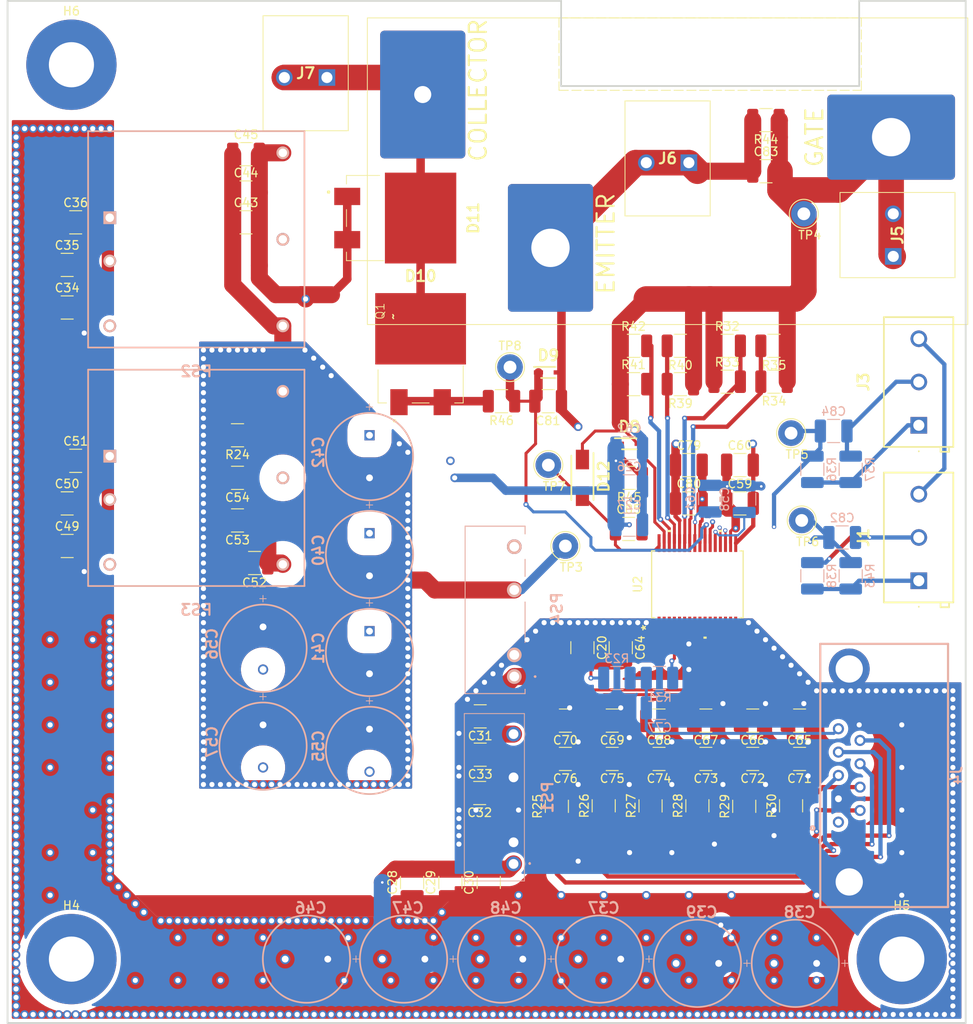
<source format=kicad_pcb>
(kicad_pcb (version 20241229) (generator "pcbnew") (generator_version "9.0")
  (layers (0 "F.Cu" signal) (4 "In1.Cu" signal) (6 "In2.Cu" signal) (2 "B.Cu" signal) (13 "F.Paste" user) (15 "B.Paste" user) (5 "F.SilkS" user "F.Silkscreen") (7 "B.SilkS" user "B.Silkscreen") (1 "F.Mask" user) (3 "B.Mask" user) (25 "Edge.Cuts" user))
  (net 0 "")
  (net 1 "GND")
  (net 2 "+5V")
  (net 3 "ISO_GATE_DRIVE_+15V")
  (net 4 "IGBT_EMITTER")
  (net 5 "+12V")
  (net 6 "ISO_GATE_DRIVE_-9V")
  (net 7 "Net-(U2-VREF)")
  (net 8 "Net-(U2-VCP)")
  (net 9 "FILTERED_SDO")
  (net 10 "FILTERED_SDI")
  (net 11 "FILTERED_SPI_CS")
  (net 12 "FILTERED_SPI_CLK")
  (net 13 "FILTERED_GATE_DRIVE+")
  (net 14 "FILTERED_GATE_DRIVE-")
  (net 15 "FAULT")
  (net 16 "DESAT")
  (net 17 "ANALOG_SENSE_1")
  (net 18 "IGBT_GATE")
  (net 19 "ANALOG_SENSE_2")
  (net 20 "Net-(D12-A)")
  (net 21 "Net-(D10-ANODE_1)")
  (net 22 "IGBT_COLLECTOR")
  (net 23 "ANALOG_INPUT_1")
  (net 24 "+5VP")
  (net 25 "SPI_CS")
  (net 26 "SPI_CLK")
  (net 27 "GATE_DRIVE+")
  (net 28 "SDI")
  (net 29 "SDO")
  (net 30 "GATE_DRIVE-")
  (net 31 "ANALOG_INPUT_2")
  (net 36 "Net-(U2-NFLT1)")
  (net 37 "Net-(U2-OUTH2)")
  (net 38 "Net-(U2-OUTH1)")
  (net 39 "Net-(U2-OUTL1)")
  (net 40 "Net-(U2-OUTL2)")
  (footprint "Capacitor_SMD:C_1210_3225Metric_Pad1.33x2.70mm_HandSolder" (layer "F.Cu") (at 162.5 124.5 180)
    (property "Reference" "C66")
    (property "Value" "10pF")
  )
  (footprint "MountingHole:MountingHole_5.3mm_M5_Pad" (layer "F.Cu") (at 82.5 152.5)
    (property "Reference" "H4")
    (property "Value" "MountingHole_Pad_MP")
  )
  (footprint "InverterCom:CM600HA-24H-Gate" (layer "F.Cu") (at 178.75 56 90)
    (property "Reference" "Q1")
    (property "Value" "~")
  )
  (footprint "Capacitor_SMD:C_1210_3225Metric_Pad1.33x2.70mm_HandSolder" (layer "F.Cu") (at 127 143.5 90)
    (property "Reference" "C29")
    (property "Value" "1uF")
  )
  (footprint "MountingHole:MountingHole_5.3mm_M5_Pad" (layer "F.Cu") (at 82.5 47.5)
    (property "Reference" "H6")
    (property "Value" "MountingHole_Pad_MP")
  )
  (footprint "Capacitor_SMD:C_1210_3225Metric_Pad1.33x2.70mm_HandSolder" (layer "F.Cu") (at 157 124.5 180)
    (property "Reference" "C67")
    (property "Value" "10pF")
  )
  (footprint "Capacitor_SMD:C_1210_3225Metric_Pad1.33x2.70mm_HandSolder" (layer "F.Cu") (at 130.5 124 180)
    (property "Reference" "C31")
    (property "Value" "10uF")
  )
  (footprint "Capacitor_SMD:C_1210_3225Metric_Pad1.33x2.70mm_HandSolder" (layer "F.Cu") (at 82 71)
    (property "Reference" "C35")
    (property "Value" "1uF")
  )
  (footprint "InverterCom:1548129" (layer "F.Cu") (at 182 108.08 90)
    (property "Reference" "J1")
    (property "Value" "1548129" (hide yes))
  )
  (footprint "InverterCom:1987724" (layer "F.Cu") (at 179 70 90)
    (property "Reference" "J5")
    (property "Value" "1987724" (hide yes))
  )
  (footprint "Resistor_SMD:R_1210_3225Metric_Pad1.30x2.65mm_HandSolder" (layer "F.Cu") (at 148 96 180)
    (property "Reference" "R45")
    (property "Value" "33")
  )
  (footprint "InverterCom:1987724" (layer "F.Cu") (at 155 59 180)
    (property "Reference" "J6")
    (property "Value" "1987724" (hide yes))
  )
  (footprint "Resistor_SMD:R_1210_3225Metric_Pad1.30x2.65mm_HandSolder" (layer "F.Cu") (at 167 134.5 90)
    (property "Reference" "R30")
    (property "Value" "100")
  )
  (footprint "Resistor_SMD:R_1210_3225Metric_Pad1.30x2.65mm_HandSolder" (layer "F.Cu") (at 154 80.5 180)
    (property "Reference" "R40")
    (property "Value" "8.2")
  )
  (footprint "MountingHole:MountingHole_5.3mm_M5_Pad" (layer "F.Cu") (at 180 152.5)
    (property "Reference" "H5")
    (property "Value" "MountingHole_Pad_MP")
  )
  (footprint "Capacitor_SMD:C_1210_3225Metric_Pad1.33x2.70mm_HandSolder" (layer "F.Cu") (at 82 76)
    (property "Reference" "C34")
    (property "Value" "10uF")
  )
  (footprint "Capacitor_SMD:C_1210_3225Metric_Pad1.33x2.70mm_HandSolder" (layer "F.Cu") (at 151.5 124.5 180)
    (property "Reference" "C68")
    (property "Value" "10pF")
  )
  (footprint "Capacitor_SMD:C_1210_3225Metric_Pad1.33x2.70mm_HandSolder" (layer "F.Cu") (at 103 58)
    (property "Reference" "C45")
    (property "Value" "100nF")
  )
  (footprint "Capacitor_SMD:C_1210_3225Metric_Pad1.33x2.70mm_HandSolder" (layer "F.Cu") (at 104 106 180)
    (property "Reference" "C52")
    (property "Value" "100nF")
  )
  (footprint "Resistor_SMD:R_1210_3225Metric_Pad1.30x2.65mm_HandSolder" (layer "F.Cu") (at 164.05 54 180)
    (property "Reference" "R44")
    (property "Value" "10k")
  )
  (footprint "Capacitor_SMD:C_1210_3225Metric_Pad1.33x2.70mm_HandSolder" (layer "F.Cu") (at 168 124.5 180)
    (property "Reference" "C65")
    (property "Value" "10pF")
  )
  (footprint "InverterCom:SOD2513X120N" (layer "F.Cu") (at 148 92)
    (property "Reference" "D8")
    (property "Value" "BAT54WS-7-F" (hide yes))
  )
  (footprint "Capacitor_SMD:C_1210_3225Metric_Pad1.33x2.70mm_HandSolder" (layer "F.Cu") (at 103 62.5)
    (property "Reference" "C44")
    (property "Value" "1uF")
  )
  (footprint "Resistor_SMD:R_1210_3225Metric_Pad1.30x2.65mm_HandSolder" (layer "F.Cu") (at 156 134.5 90)
    (property "Reference" "R28")
    (property "Value" "100")
  )
  (footprint "TestPoint:TestPoint_Loop_D2.54mm_Drill1.5mm_Beaded" (layer "F.Cu") (at 168.5 65)
    (property "Reference" "TP4")
    (property "Value" "TestPoint")
  )
  (footprint "Capacitor_SMD:C_1210_3225Metric_Pad1.33x2.70mm_HandSolder" (layer "F.Cu") (at 102 101 180)
    (property "Reference" "C53")
    (property "Value" "1uF")
  )
  (footprint "Capacitor_SMD:C_1210_3225Metric_Pad1.33x2.70mm_HandSolder" (layer "F.Cu") (at 147.9375 102)
    (property "Reference" "C85")
    (property "Value" "10nF")
  )
  (footprint "InverterCom:VS30CDU06HM3I" (layer "F.Cu") (at 123.5 82.808)
    (property "Reference" "D10")
    (property "Value" "VS-30CDU06HM3_I" (hide yes))
  )
  (footprint "Resistor_SMD:R_1210_3225Metric_Pad1.30x2.65mm_HandSolder" (layer "F.Cu") (at 150.5 134.5125 90)
    (property "Reference" "R27")
    (property "Value" "100")
  )
  (footprint "Capacitor_SMD:C_1210_3225Metric_Pad1.33x2.70mm_HandSolder" (layer "F.Cu") (at 142.5 115.9375 -90)
    (property "Reference" "C20")
    (property "Value" "1uF")
  )
  (footprint "Resistor_SMD:R_1210_3225Metric_Pad1.30x2.65mm_HandSolder" (layer "F.Cu") (at 148.5 85)
    (property "Reference" "R41")
    (property "Value" "8.2")
  )
  (footprint "Capacitor_SMD:C_1210_3225Metric_Pad1.33x2.70mm_HandSolder" (layer "F.Cu") (at 130.4375 133 180)
    (property "Reference" "C32")
    (property "Value" "1uF")
  )
  (footprint "Capacitor_SMD:C_1210_3225Metric_Pad1.33x2.70mm_HandSolder" (layer "F.Cu") (at 146 124.5 180)
    (property "Reference" "C69")
    (property "Value" "10pF")
  )
  (footprint "Capacitor_SMD:C_1210_3225Metric_Pad1.33x2.70mm_HandSolder" (layer "F.Cu") (at 122.5 143.5 90)
    (property "Reference" "C28")
    (property "Value" "10uF")
  )
  (footprint "Resistor_SMD:R_1210_3225Metric_Pad1.30x2.65mm_HandSolder" (layer "F.Cu") (at 159.5 84.71)
    (property "Reference" "R33")
    (property "Value" "4.7")
  )
  (footprint "Resistor_SMD:R_1210_3225Metric_Pad1.30x2.65mm_HandSolder" (layer "F.Cu") (at 154 85 180)
    (property "Reference" "R39")
    (property "Value" "8.2")
  )
  (footprint "Capacitor_SMD:C_1210_3225Metric_Pad1.33x2.70mm_HandSolder" (layer "F.Cu") (at 164.0625 60)
    (property "Reference" "C83")
    (property "Value" "100nF")
  )
  (footprint "Resistor_SMD:R_1210_3225Metric_Pad1.30x2.65mm_HandSolder" (layer "F.Cu") (at 165 80.5 180)
    (property "Reference" "R35")
    (property "Value" "4.7")
  )
  (footprint "Capacitor_SMD:C_1210_3225Metric_Pad1.33x2.70mm_HandSolder" (layer "F.Cu") (at 103 66)
    (property "Reference" "C43")
    (property "Value" "10uF")
  )
  (footprint "Resistor_SMD:R_1210_3225Metric_Pad1.30x2.65mm_HandSolder" (layer "F.Cu") (at 148.5 80.5)
    (property "Reference" "R42")
    (property "Value" "8.2")
  )
  (footprint "Capacitor_SMD:C_1210_3225Metric_Pad1.33x2.70mm_HandSolder" (layer "F.Cu") (at 83 66)
    (property "Reference" "C36")
    (property "Value" "100nF")
  )
  (footprint "Capacitor_SMD:C_1210_3225Metric_Pad1.33x2.70mm_HandSolder" (layer "F.Cu") (at 140.5 129 180)
    (property "Reference" "C76")
    (property "Value" "100pF")
  )
  (footprint "TestPoint:TestPoint_Loop_D2.54mm_Drill1.5mm_Beaded" (layer "F.Cu") (at 167 90.75)
    (property "Reference" "TP5")
    (property "Value" "TestPoint")
  )
  (footprint "Capacitor_SMD:C_1210_3225Metric_Pad1.33x2.70mm_HandSolder" (layer "F.Cu") (at 83 94)
    (property "Reference" "C51")
    (property "Value" "100nF")
  )
  (footprint "Capacitor_SMD:C_1210_3225Metric_Pad1.33x2.70mm_HandSolder" (layer "F.Cu") (at 147 115.9375 -90)
    (property "Reference" "C64")
    (property "Value" "100nF")
  )
  (footprint "Capacitor_SMD:C_1210_3225Metric_Pad1.33x2.70mm_HandSolder" (layer "F.Cu") (at 155 99)
    (property "Reference" "C80")
    (property "Value" "1uF")
  )
  (footprint "Resistor_SMD:R_1210_3225Metric_Pad1.30x2.65mm_HandSolder" (layer "F.Cu") (at 133 87 180)
    (property "Reference" "R46")
    (property "Value" "1k")
  )
  (footprint "InverterCom:SSOP32_DFC_TEX-M" (layer "F.Cu") (at 156 108.5 90)
    (property "Reference" "U2")
    (property "Value" "PUCC5880QDFCQ1" (hide yes))
  )
  (footprint "Capacitor_SMD:C_1210_3225Metric_Pad1.33x2.70mm_HandSolder" (layer "F.Cu") (at 168 129 180)
    (property "Reference" "C71")
    (property "Value" "100pF")
  )
  (footprint "Capacitor_SMD:C_1210_3225Metric_Pad1.33x2.70mm_HandSolder" (layer "F.Cu") (at 140.5 124.5 180)
    (property "Reference" "C70")
    (property "Value" "10pF")
  )
  (footprint "TestPoint:TestPoint_Loop_D2.54mm_Drill1.5mm_Beaded" (layer "F.Cu") (at 138.5 94.5)
    (property "Reference" "TP7")
    (property "Value" "TestPoint")
  )
  (footprint "Resistor_SMD:R_1210_3225Metric_Pad1.30x2.65mm_HandSolder" (layer "F.Cu") (at 159.5 80.5)
    (property "Reference" "R32")
    (property "Value" "4.7")
  )
  (footprint "Resistor_SMD:R_1210_3225Metric_Pad1.30x2.65mm_HandSolder" (layer "F.Cu") (at 139.5 134.5625 90)
    (property "Reference" "R25")
    (property "Value" "100")
  )
  (footprint "Capacitor_SMD:C_1210_3225Metric_Pad1.33x2.70mm_HandSolder" (layer "F.Cu") (at 131.5 143.5 90)
    (property "Reference" "C30")
    (property "Value" "100nF")
  )
  (footprint "Capacitor_SMD:C_1210_3225Metric_Pad1.33x2.70mm_HandSolder" (layer "F.Cu") (at 82 104)
    (property "Reference" "C49")
    (property "Value" "10uF")
  )
  (footprint "Resistor_SMD:R_1210_3225Metric_Pad1.30x2.65mm_HandSolder" (layer "F.Cu") (at 161.5 134.5625 90)
    (property "Reference" "R29")
    (property "Value" "100")
  )
  (footprint "Capacitor_SMD:C_1210_3225Metric_Pad1.33x2.70mm_HandSolder" (layer "F.Cu") (at 146 129 180)
    (property "Reference" "C75")
    (property "Value" "100pF")
  )
  (footprint "Capacitor_SMD:C_1210_3225Metric_Pad1.33x2.70mm_HandSolder" (layer "F.Cu") (at 161 99)
    (property "Reference" "C59")
    (property "Value" "1uF")
  )
  (footprint "Capacitor_SMD:C_1210_3225Metric_Pad1.33x2.70mm_HandSolder" (layer "F.Cu") (at 157 129 180)
    (property "Reference" "C73")
    (property "Value" "100pF")
  )
  (footprint "Capacitor_SMD:C_1210_3225Metric_Pad1.33x2.70mm_HandSolder" (layer "F.Cu") (at 162.5 129 180)
    (property "Reference" "C72")
    (property "Value" "100pF")
  )
  (footprint "InverterCom:DIOM5226X220N" (layer "F.Cu") (at 142.5 96 -90)
    (property "Reference" "D12")
    (property "Value" "MBRA340T3G" (hide yes))
  )
  (footprint "InverterCom:SOD2513X120N" (layer "F.Cu") (at 138.5 83.625)
    (property "Reference" "D9")
    (property "Value" "BAT54WS-7-F" (hide yes))
  )
  (footprint "TestPoint:TestPoint_Loop_D2.54mm_Drill1.5mm_Beaded" (layer "F.Cu") (at 134 83)
    (property "Reference" "TP8")
    (property "Value" "TestPoint")
  )
  (footprint "TestPoint:TestPoint_Loop_D2.54mm_Drill1.5mm_Beaded" (layer "F.Cu") (at 168.25 101)
    (property "Reference" "TP6")
    (property "Value" "TestPoint")
  )
  (footprint "Resistor_SMD:R_1210_3225Metric_Pad1.30x2.65mm_HandSolder" (layer "F.Cu") (at 165 84.71 180)
    (property "Reference" "R34")
    (property "Value" "4.7")
  )
  (footprint "TestPoint:TestPoint_Loop_D2.54mm_Drill1.5mm_Beaded" (layer "F.Cu") (at 140.5 104)
    (property "Reference" "TP3")
    (property "Value" "TestPoint")
  )
  (footprint "Capacitor_SMD:C_1210_3225Metric_Pad1.33x2.70mm_HandSolder" (layer "F.Cu") (at 82 99)
    (property "Reference" "C50")
    (property "Value" "1uF")
  )
  (footprint "Capacitor_SMD:C_1210_3225Metric_Pad1.33x2.70mm_HandSolder" (layer "F.Cu") (at 130.5 128.5 180)
    (property "Reference" "C33")
    (property "Value" "100nF")
  )
  (footprint "InverterCom:1548129" (layer "F.Cu") (at 182 89.83 90)
    (property "Reference" "J3")
    (property "Value" "1548129" (hide yes))
  )
  (footprint "Capacitor_SMD:C_1210_3225Metric_Pad1.33x2.70mm_HandSolder" (layer "F.Cu") (at 138.475 87 180)
    (property "Reference" "C81")
    (property "Value" "100pF")
  )
  (footprint "Resistor_SMD:R_1210_3225Metric_Pad1.30x2.65mm_HandSolder" (layer "F.Cu") (at 102 91 180)
    (property "Reference" "R24")
    (property "Value" "0")
  )
  (footprint "Capacitor_SMD:C_1210_3225Metric_Pad1.33x2.70mm_HandSolder" (layer "F.Cu") (at 155 94.5)
    (property "Reference" "C79")
    (property "Value" "100nF")
  )
  (footprint "Resistor_SMD:R_1210_3225Metric_Pad1.30x2.65mm_HandSolder" (layer "F.Cu") (at 145 134.5 90)
    (property "Reference" "R26")
    (property "Value" "100")
  )
  (footprint "Capacitor_SMD:C_1210_3225Metric_Pad1.33x2.70mm_HandSolder" (layer "F.Cu") (at 151.5 129 180)
    (property "Reference" "C74")
    (property "Value" "100pF")
  )
  (footprint "Capacitor_SMD:C_1210_3225Metric_Pad1.33x2.70mm_HandSolder" (layer "F.Cu") (at 161 94.5)
    (property "Reference" "C60")
    (property "Value" "100nF")
  )
  (footprint "InverterCom:1987724" (layer "F.Cu") (at 112.5 49 180)
    (property "Reference" "J7")
    (property "Value" "1987724" (hide yes))
  )
  (footprint "Capacitor_SMD:C_1210_3225Metric_Pad1.33x2.70mm_HandSolder" (layer "F.Cu") (at 102 96 180)
    (property "Reference" "C54")
    (property "Value" "10uF")
  )
  (footprint "InverterCom:VS30CDU06HM3I" (layer "F.Cu") (at 119.192 65.5 -90)
    (property "Reference" "D11")
    (property "Value" "VS-30CDU06HM3_I" (hide yes))
  )
  (footprint "Capacitor_SMD:C_1210_3225Metric_Pad1.33x2.70mm_HandSolder" (layer "B.Cu") (at 161.5 98.5 -90)
    (property "Reference" "C58")
    (property "Value" "1uF")
  )
  (footprint "Capacitor_SMD:C_1210_3225Metric_Pad1.33x2.70mm_HandSolder" (layer "B.Cu") (at 148 97 180)
    (property "Reference" "C26")
    (property "Value" "1uF")
  )
  (footprint "InverterCom:CAPPRD500W60D1025H1750" (layer "B.Cu") (at 158.5 153 180)
    (property "Reference" "C39")
    (property "Value" "UVY1E102MPD1TD" (hide yes))
  )
  (footprint "InverterCom:CAPPRD500W60D1025H1750" (layer "B.Cu") (at 105 113.5 -90)
    (property "Reference" "C56")
    (property "Value" "UVY1E102MPD1TD" (hide yes))
  )
  (footprint "Capacitor_SMD:C_1210_3225Metric_Pad1.33x2.70mm_HandSolder" (layer "B.Cu") (at 151.5625 123)
    (property "Reference" "C77")
    (property "Value" "100pF")
  )
  (footprint "InverterCom:CAPPRD500W60D1025H1750" (layer "B.Cu") (at 117.5 91 -90)
    (property "Reference" "C42")
    (property "Value" "UVY1E102MPD1TD" (hide yes))
  )
  (footprint "InverterCom:RFMM0505S" (layer "B.Cu") (at 134.5 119.325 90)
    (property "Reference" "PS4")
    (property "Value" "RFMM-0505S" (hide yes))
  )
  (footprint "InverterCom:CAPPRD500W60D1025H1750" (layer "B.Cu") (at 170 153 180)
    (property "Reference" "C38")
    (property "Value" "UVY1E102MPD1TD" (hide yes))
  )
  (footprint "InverterCom:CAPPRD500W60D1025H1750" (layer "B.Cu") (at 117.5 114 -90)
    (property "Reference" "C41")
    (property "Value" "UVY1E102MPD1TD" (hide yes))
  )
  (footprint "Capacitor_SMD:C_1210_3225Metric_Pad1.33x2.70mm_HandSolder" (layer "B.Cu") (at 148 101.5 180)
    (property "Reference" "C27")
    (property "Value" "100nF")
  )
  (footprint "InverterCom:5-106505-2_3" (layer "B.Cu") (at 185.42961 146.3885 90)
    (property "Reference" "J4")
    (property "Value" "5-106505-2" (hide yes))
  )
  (footprint "InverterCom:CAPPRD500W60D1025H1750" (layer "B.Cu") (at 117.5 125.5 -90)
    (property "Reference" "C55")
    (property "Value" "UVY1E102MPD1TD" (hide yes))
  )
  (footprint "Resistor_SMD:R_1210_3225Metric_Pad1.30x2.65mm_HandSolder" (layer "B.Cu") (at 151.55 119.5)
    (property "Reference" "R31")
    (property "Value" "100")
  )
  (footprint "InverterCom:CAPPRD500W60D1025H1750" (layer "B.Cu") (at 147 152.5 180)
    (property "Reference" "C37")
    (property "Value" "UVY1E102MPD1TD" (hide yes))
  )
  (footprint "Resistor_SMD:R_1210_3225Metric_Pad1.30x2.65mm_HandSolder" (layer "B.Cu") (at 146.55 119.5 180)
    (property "Reference" "R23")
    (property "Value" "47k")
  )
  (footprint "InverterCom:CAPPRD500W60D1025H1750" (layer "B.Cu") (at 124 152.5 180)
    (property "Reference" "C47")
    (property "Value" "UVY1E102MPD1TD" (hide yes))
  )
  (footprint "InverterCom:CAPPRD500W60D1025H1750" (layer "B.Cu") (at 135.5 152.5 180)
    (property "Reference" "C48")
    (property "Value" "UVY1E102MPD1TD" (hide yes))
  )
  (footprint "InverterCom:REC10K-AW" (layer "B.Cu") (at 97.16 68)
    (property "Reference" "PS2")
    (property "Value" "REC10K-2415SAW_H2" (hide yes))
  )
  (footprint "Capacitor_SMD:C_1210_3225Metric_Pad1.33x2.70mm_HandSolder" (layer "B.Cu") (at 148 92.5 180)
    (property "Reference" "C62")
    (property "Value" "10uF")
  )
  (footprint "Resistor_SMD:R_1210_3225Metric_Pad1.30x2.65mm_HandSolder" (layer "B.Cu") (at 174 107.5 90)
    (property "Reference" "R43")
    (property "Value" "0")
  )
  (footprint "InverterCom:CAPPRD500W60D1025H1750" (layer "B.Cu") (at 112.6 152.5 180)
    (property "Reference" "C46")
    (property "Value" "UVY1E102MPD1TD" (hide yes))
  )
  (footprint "Resistor_SMD:R_1210_3225Metric_Pad1.30x2.65mm_HandSolder" (layer "B.Cu") (at 169.5 95 90)
    (property "Reference" "R36")
    (property "Value" "0")
  )
  (footprint "InverterCom:CAPPRD500W60D1025H1750" (layer "B.Cu") (at 105 125 -90)
    (property "Reference" "C57")
    (property "Value" "UVY1E102MPD1TD" (hide yes))
  )
  (footprint "Resistor_SMD:R_1210_3225Metric_Pad1.30x2.65mm_HandSolder" (layer "B.Cu") (at 174 95 90)
    (property "Reference" "R37")
    (property "Value" "10k")
  )
  (footprint "Resistor_SMD:R_1210_3225Metric_Pad1.30x2.65mm_HandSolder" (layer "B.Cu") (at 169.5 107.5 90)
    (property "Reference" "R38")
    (property "Value" "10k")
  )
  (footprint "Capacitor_SMD:C_1210_3225Metric_Pad1.33x2.70mm_HandSolder" (layer "B.Cu") (at 157.5 98.4375 -90)
    (property "Reference" "C61")
    (property "Value" "100nF")
  )
  (footprint "InverterCom:RKE1205SH" (layer "B.Cu") (at 134.415 141.325 90)
    (property "Reference" "PS1")
    (property "Value" "RKE-1205S_H" (hide yes))
  )
  (footprint "Capacitor_SMD:C_1210_3225Metric_Pad1.33x2.70mm_HandSolder" (layer "B.Cu") (at 172 90.5 180)
    (property "Reference" "C84")
    (property "Value" "10nF")
  )
  (footprint "InverterCom:CAPPRD500W60D1025H1750" (layer "B.Cu") (at 117.5 102.5 -90)
    (property "Reference" "C40")
    (property "Value" "UVY1E102MPD1TD" (hide yes))
  )
  (footprint "Capacitor_SMD:C_1210_3225Metric_Pad1.33x2.70mm_HandSolder" (layer "B.Cu") (at 173 103 180)
    (property "Reference" "C82")
    (property "Value" "10nF")
  )
  (footprint "InverterCom:REC10K-AW" (layer "B.Cu") (at 97.16 96)
    (property "Reference" "PS3")
    (property "Value" "REC10K-2409SAW_H2" (hide yes))
  )
  (gr_line (start 75 40) (end 140 40) (stroke (width 0.2)) (layer "Edge.Cuts"))
  (gr_line (start 140 40) (end 140 50) (stroke (width 0.2)) (layer "Edge.Cuts"))
  (gr_line (start 187.5 40) (end 187.5 160) (stroke (width 0.2)) (layer "Edge.Cuts"))
  (gr_line (start 187.5 160) (end 75 160) (stroke (width 0.2)) (layer "Edge.Cuts"))
  (gr_line (start 75 160) (end 75 40) (stroke (width 0.2)) (layer "Edge.Cuts"))
  (gr_line (start 175 40) (end 187.5 40) (stroke (width 0.2)) (layer "Edge.Cuts"))
  (gr_line (start 140 50) (end 175 50) (stroke (width 0.2)) (layer "Edge.Cuts"))
  (gr_line (start 175 50) (end 175 40) (stroke (width 0.2)) (layer "Edge.Cuts"))
  (segment (start 161.6613 113.3387) (end 162 113) (width 0.35) (layer "F.Cu") (net 1))
  (segment (start 160.500001 113.3387) (end 161.6613 113.3387) (width 0.35) (layer "F.Cu") (net 1))
  (segment (start 177.5 133.5) (end 177.3215 133.6785) (width 0.5) (layer "F.Cu") (net 1))
  (segment (start 151.500001 113.3387) (end 151.1613 113.3387) (width 0.35) (layer "F.Cu") (net 1))
  (segment (start 153.899999 113.3387) (end 156.299999 113.3387) (width 0.35) (layer "F.Cu") (net 1))
  (segment (start 155.099999 113.3387) (end 155.099999 115.400001) (width 1) (layer "F.Cu") (net 1))
  (segment (start 172.55961 133.6785) (end 177.3215 133.6785) (width 0.5) (layer "F.Cu") (net 1))
  (segment (start 151.1613 113.3387) (end 150.5 114) (width 0.35) (layer "F.Cu") (net 1))
  (segment (start 155.099999 115.400001) (end 155 115.5) (width 1) (layer "F.Cu") (net 1))
  (via (at 114 159) (size 1) (drill 0.6) (layers "F.Cu" "B.Cu") (net 1))
  (via (at 186 150) (size 1) (drill 0.6) (layers "F.Cu" "B.Cu") (net 1))
  (via (at 76 70) (size 1) (drill 0.6) (layers "F.Cu" "B.Cu") (net 1))
  (via (at 142 127) (size 1) (drill 0.6) (layers "F.Cu" "B.Cu") (net 1))
  (via (at 115 159) (size 1) (drill 0.6) (layers "F.Cu" "B.Cu") (net 1))
  (via (at 180 159) (size 1) (drill 0.6) (layers "F.Cu" "B.Cu") (net 1))
  (via (at 76 60) (size 1) (drill 0.6) (layers "F.Cu" "B.Cu") (net 1))
  (via (at 180 130) (size 1) (drill 0.6) (layers "F.Cu" "B.Cu") (net 1))
  (via (at 126 147) (size 1) (drill 0.6) (layers "F.Cu" "B.Cu") (net 1))
  (via (at 181 159) (size 1) (drill 0.6) (layers "F.Cu" "B.Cu") (net 1))
  (via (at 167 118) (size 1) (drill 0.6) (layers "F.Cu" "B.Cu") (net 1))
  (via (at 76 77) (size 1) (drill 0.6) (layers "F.Cu" "B.Cu") (net 1))
  (via (at 186 154) (size 1) (drill 0.6) (layers "F.Cu" "B.Cu") (net 1))
  (via (at 91 159) (size 1) (drill 0.6) (layers "F.Cu" "B.Cu") (net 1))
  (via (at 135 159) (size 1) (drill 0.6) (layers "F.Cu" "B.Cu") (net 1))
  (via (at 186 147) (size 1) (drill 0.6) (layers "F.Cu" "B.Cu") (net 1))
  (via (at 130 121) (size 1) (drill 0.6) (layers "F.Cu" "B.Cu") (net 1))
  (via (at 165 159) (size 1) (drill 0.6) (layers "F.Cu" "B.Cu") (net 1))
  (via (at 143 113) (size 1) (drill 0.6) (layers "F.Cu" "B.Cu") (net 1))
  (via (at 146 159) (size 1) (drill 0.6) (layers "F.Cu" "B.Cu") (net 1))
  (via (at 76 142) (size 1) (drill 0.6) (layers "F.Cu" "B.Cu") (net 1))
  (via (at 137 159) (size 1) (drill 0.6) (layers "F.Cu" "B.Cu") (net 1))
  (via (at 90 159) (size 1) (drill 0.6) (layers "F.Cu" "B.Cu") (net 1))
  (via (at 175 159) (size 1) (drill 0.6) (layers "F.Cu" "B.Cu") (net 1))
  (via (at 186 135) (size 1) (drill 0.6) (layers "F.Cu" "B.Cu") (net 1))
  (via (at 137 114) (size 1) (drill 0.6) (layers "F.Cu" "B.Cu") (net 1))
  (via (at 148 126.5) (size 1) (drill 0.6) (layers "F.Cu" "B.Cu") (net 1))
  (via (at 153 132) (size 1) (drill 0.6) (layers "F.Cu" "B.Cu") (net 1))
  (via (at 135 145) (size 1) (drill 0.6) (layers "F.Cu" "B.Cu") (net 1))
  (via (at 125 148) (size 1) (drill 0.6) (layers "F.Cu" "B.Cu") (net 1))
  (via (at 124 159) (size 1) (drill 0.6) (layers "F.Cu" "B.Cu") (net 1))
  (via (at 165 155) (size 1) (drill 0.6) (layers "F.Cu" "B.Cu") (net 1))
  (via (at 87 142) (size 1) (drill 0.6) (layers "F.Cu" "B.Cu") (net 1))
  (via (at 169 127) (size 1) (drill 0.6) (layers "F.Cu" "B.Cu") (net 1))
  (via (at 76 99) (size 1) (drill 0.6) (layers "F.Cu" "B.Cu") (net 1))
  (via (at 170 145) (size 1) (drill 0.6) (layers "F.Cu" "B.Cu") (net 1))
  (via (at 76 97) (size 1) (drill 0.6) (layers "F.Cu" "B.Cu") (net 1))
  (via (at 177 121) (size 1) (drill 0.6) (layers "F.Cu" "B.Cu") (net 1))
  (via (at 130 135) (size 1) (drill 0.6) (layers "F.Cu" "B.Cu") (net 1))
  (via (at 109 148) (size 1) (drill 0.6) (layers "F.Cu" "B.Cu") (net 1))
  (via (at 150 150) (size 1) (drill 0.6) (layers "F.Cu" "B.Cu") (net 1))
  (via (at 162 113) (size 1) (drill 0.6) (layers "F.Cu" "B.Cu") (net 1))
  (via (at 87 138) (size 1) (drill 0.6) (layers "F.Cu" "B.Cu") (net 1))
  (via (at 76 138) (size 1) (drill 0.6) (layers "F.Cu" "B.Cu") (net 1))
  (via (at 88 144) (size 1) (drill 0.6) (layers "F.Cu" "B.Cu") (net 1))
  (via (at 186 156) (size 1) (drill 0.6) (layers "F.Cu" "B.Cu") (net 1))
  (via (at 76 134) (size 1) (drill 0.6) (layers "F.Cu" "B.Cu") (net 1))
  (via (at 104 159) (size 1) (drill 0.6) (layers "F.Cu" "B.Cu") (net 1))
  (via (at 144 159) (size 1) (drill 0.6) (layers "F.Cu" "B.Cu") (net 1))
  (via (at 76 143) (size 1) (drill 0.6) (layers "F.Cu" "B.Cu") (net 1))
  (via (at 107 148) (size 1) (drill 0.6) (layers "F.Cu" "B.Cu") (net 1))
  (via (at 76 64) (size 1) (drill 0.6) (layers "F.Cu" "B.Cu") (net 1))
  (via (at 76 151) (size 1) (drill 0.6) (layers "F.Cu" "B.Cu") (net 1))
  (via (at 145 150) (size 1) (drill 0.6) (layers "F.Cu" "B.Cu") (net 1))
  (via (at 87 124) (size 1) (drill 0.6) (layers "F.Cu" "B.Cu") (net 1))
  (via (at 89 159) (size 1) (drill 0.6) (layers "F.Cu" "B.Cu") (net 1))
  (via (at 168 159) (size 1) (drill 0.6) (layers "F.Cu" "B.Cu") (net 1))
  (via (at 164 159) (size 1) (drill 0.6) (layers "F.Cu" "B.Cu") (net 1))
  (via (at 87 125) (size 1) (drill 0.6) (layers "F.Cu" "B.Cu") (net 1))
  (via (at 76 147) (size 1) (drill 0.6) (layers "F.Cu" "B.Cu") (net 1))
  (via (at 76 121) (size 1) (drill 0.6) (layers "F.Cu" "B.Cu") (net 1))
  (via (at 76 90) (size 1) (drill 0.6) (layers "F.Cu" "B.Cu") (net 1))
  (via (at 78 159) (size 1) (drill 0.6) (layers "F.Cu" "B.Cu") (net 1))
  (via (at 76 119) (size 1) (drill 0.6) (layers "F.Cu" "B.Cu") (net 1))
  (via (at 87 119) (size 1) (drill 0.6) (layers "F.Cu" "B.Cu") (net 1))
  (via (at 135 155) (size 1) (drill 0.6) (layers "F.Cu" "B.Cu") (net 1))
  (via (at 78 55) (size 1) (drill 0.6) (layers "F.Cu" "B.Cu") (net 1))
  (via (at 98 148) (size 1) (drill 0.6) (layers "F.Cu" "B.Cu") (net 1))
  (via (at 162 159) (size 1) (drill 0.6) (layers "F.Cu" "B.Cu") (net 1))
  (via (at 117 148) (size 1) (drill 0.6) (layers "F.Cu" "B.Cu") (net 1))
  (via (at 139 113) (size 1) (drill 0.6) (layers "F.Cu" "B.Cu") (net 1))
  (via (at 150 155) (size 1) (drill 0.6) (layers "F.Cu" "B.Cu") (net 1))
  (via (at 85 115) (size 1) (drill 0.6) (layers "F.Cu" "B.Cu") (net 1))
  (via (at 91 147) (size 1) (drill 0.6) (layers "F.Cu" "B.Cu") (net 1))
  (via (at 138 113) (size 1) (drill 0.6) (layers "F.Cu" "B.Cu") (net 1))
  (via (at 166 117) (size 1) (drill 0.6) (layers "F.Cu" "B.Cu") (net 1))
  (via (at 164 115) (size 1) (drill 0.6) (layers "F.Cu" "B.Cu") (net 1))
  (via (at 76 136) (size 1) (drill 0.6) (layers "F.Cu" "B.Cu") (net 1))
  (via (at 149 159) (size 1) (drill 0.6) (layers "F.Cu" "B.Cu") (net 1))
  (via (at 76 117) (size 1) (drill 0.6) (layers "F.Cu" "B.Cu") (net 1))
  (via (at 87 141) (size 1) (drill 0.6) (layers "F.Cu" "B.Cu") (net 1))
  (via (at 76 156) (size 1) (drill 0.6) (layers "F.Cu" "B.Cu") (net 1))
  (via (at 80 55) (size 1) (drill 0.6) (layers "F.Cu" "B.Cu") (net 1))
  (via (at 87 143) (size 1) (drill 0.6) (layers "F.Cu" "B.Cu") (net 1))
  (via (at 76 154) (size 1) (drill 0.6) (layers "F.Cu" "B.Cu") (net 1))
  (via (at 175 121) (size 1) (drill 0.6) (layers "F.Cu" "B.Cu") (net 1))
  (via (at 102 148) (size 1) (drill 0.6) (layers "F.Cu" "B.Cu") (net 1))
  (via (at 155 159) (size 1) (drill 0.6) (layers "F.Cu" "B.Cu") (net 1))
  (via (at 175 125) (size 1) (drill 0.6) (layers "F.Cu" "B.Cu") (net 1))
  (via (at 142 132) (size 1) (drill 0.6) (layers "F.Cu" "B.Cu") (net 1))
  (via (at 171 121) (size 1) (drill 0.6) (layers "F.Cu" "B.Cu") (net 1))
  (via (at 80 120) (size 1) (drill 0.6) (layers "F.Cu" "B.Cu") (net 1))
  (via (at 168.5 122.5) (size 1) (drill 0.6) (layers "F.Cu" "B.Cu") (net 1))
  (via (at 185 159) (size 1) (drill 0.6) (layers "F.Cu" "B.Cu") (net 1))
  (via (at 76 84) (size 1) (drill 0.6) (layers "F.Cu" "B.Cu") (net 1))
  (via (at 145 145) (size 1) (drill 0.6) (layers "F.Cu" "B.Cu") (net 1))
  (via (at 138 159) (size 1) (drill 0.6) (layers "F.Cu" "B.Cu") (net 1))
  (via (at 87 113) (size 1) (drill 0.6) (layers "F.Cu" "B.Cu") (net 1))
  (via (at 85 159) (size 1) (drill 0.6) (layers "F.Cu" "B.Cu") (net 1))
  (via (at 165 135) (size 1) (drill 0.6) (layers "F.Cu" "B.Cu") (net 1))
  (via (at 100 148) (size 1) (drill 0.6) (layers "F.Cu" "B.Cu") (net 1))
  (via (at 87 137) (size 1) (drill 0.6) (layers "F.Cu" "B.Cu") (net 1))
  (via (at 76 116) (size 1) (drill 0.6) (layers "F.Cu" "B.Cu") (net 1))
  (via (at 157 159) (size 1) (drill 0.6) (layers "F.Cu" "B.Cu") (net 1))
  (via (at 96 159) (size 1) (drill 0.6) (layers "F.Cu" "B.Cu") (net 1))
  (via (at 130 155) (size 1) (drill 0.6) (layers "F.Cu" "B.Cu") (net 1))
  (via (at 147 113) (size 1) (drill 0.6) (layers "F.Cu" "B.Cu") (net 1))
  (via (at 76 100) (size 1) (drill 0.6) (layers "F.Cu" "B.Cu") (net 1))
  (via (at 76 76) (size 1) (drill 0.6) (layers "F.Cu" "B.Cu") (net 1))
  (via (at 186 128) (size 1) (drill 0.6) (layers "F.Cu" "B.Cu") (net 1))
  (via (at 177 159) (size 1) (drill 0.6) (layers "F.Cu" "B.Cu") (net 1))
  (via (at 76 58) (size 1) (drill 0.6) (layers "F.Cu" "B.Cu") (net 1))
  (via (at 76 125) (size 1) (drill 0.6) (layers "F.Cu" "B.Cu") (net 1))
  (via (at 159 159) (size 1) (drill 0.6) (layers "F.Cu" "B.Cu") (net 1))
  (via (at 95 159) (size 1) (drill 0.6) (layers "F.Cu" "B.Cu") (net 1))
  (via (at 87 135) (size 1) (drill 0.6) (layers "F.Cu" "B.Cu") (net 1))
  (via (at 76 88) (size 1) (drill 0.6) (layers "F.Cu" "B.Cu") (net 1))
  (via (at 100 150) (size 1) (drill 0.6) (layers "F.Cu" "B.Cu") (net 1))
  (via (at 76 111) (size 1) (drill 0.6) (layers "F.Cu" "B.Cu") (net 1))
  (via (at 80 115) (size 1) (drill 0.6) (layers "F.Cu" "B.Cu") (net 1))
  (via (at 85 55) (size 1) (drill 0.6) (layers "F.Cu" "B.Cu") (net 1))
  (via (at 76 75) (size 1) (drill 0.6) (layers "F.Cu" "B.Cu") (net 1))
  (via (at 159 122.5) (size 1) (drill 0.6) (layers "F.Cu" "B.Cu") (net 1))
  (via (at 173 159) (size 1) (drill 0.6) (layers "F.Cu" "B.Cu") (net 1))
  (via (at 89 145) (size 1) (drill 0.6) (layers "F.Cu" "B.Cu") (net 1))
  (via (at 186 157) (size 1) (drill 0.6) (layers "F.Cu" "B.Cu") (net 1))
  (via (at 173 121) (size 1) (drill 0.6) (layers "F.Cu" "B.Cu") (net 1))
  (via (at 76 124) (size 1) (drill 0.6) (layers "F.Cu" "B.Cu") (net 1))
  (via (at 97 148) (size 1) (drill 0.6) (layers "F.Cu" "B.Cu") (net 1))
  (via (at 125 155) (size 1) (drill 0.6) (layers "F.Cu" "B.Cu") (net 1))
  (via (at 126 159) (size 1) (drill 0.6) (layers "F.Cu" "B.Cu") (net 1))
  (via (at 87 134) (size 1) (drill 0.6) (layers "F.Cu" "B.Cu") (net 1))
  (via (at 120 155) (size 1) (drill 0.6) (layers "F.Cu" "B.Cu") (net 1))
  (via (at 104 148) (size 1) (drill 0.6) (layers "F.Cu" "B.Cu") (net 1))
  (via (at 76 135) (size 1) (drill 0.6) (layers "F.Cu" "B.Cu") (net 1))
  (via (at 128 130) (size 1) (drill 0.6) (layers "F.Cu" "B.Cu") (net 1))
  (via (at 153 159) (size 1) (drill 0.6) (layers "F.Cu" "B.Cu") (net 1))
  (via (at 103 148) (size 1) (drill 0.6) (layers "F.Cu" "B.Cu") (net 1))
  (via (at 80 145) (size 1) (drill 0.6) (layers "F.Cu" "B.Cu") (net 1))
  (via (at 76 98) (size 1) (drill 0.6) (layers "F.Cu" "B.Cu") (net 1))
  (via (at 87 140) (size 1) (drill 0.6) (layers "F.Cu" "B.Cu") (net 1))
  (via (at 76 130) (size 1) (drill 0.6) (layers "F.Cu" "B.Cu") (net 1))
  (via (at 76 83) (size 1) (drill 0.6) (layers "F.Cu" "B.Cu") (net 1))
  (via (at 95 155) (size 1) (drill 0.6) (layers "F.Cu" "B.Cu") (net 1))
  (via (at 76 115) (size 1) (drill 0.6) (layers "F.Cu" "B.Cu") (net 1))
  (via (at 76 95) (size 1) (drill 0.6) (layers "F.Cu" "B.Cu") (net 1))
  (via (at 98 159) (size 1) (drill 0.6) (layers "F.Cu" "B.Cu") (net 1))
  (via (at 76 129) (size 1) (drill 0.6) (layers "F.Cu" "B.Cu") (net 1))
  (via (at 140 113) (size 1) (drill 0.6) (layers "F.Cu" "B.Cu") (net 1))
  (via (at 133 159) (size 1) (drill 0.6) (layers "F.Cu" "B.Cu") (net 1))
  (via (at 186 127) (size 1) (drill 0.6) (layers "F.Cu" "B.Cu") (net 1))
  (via (at 76 66) (size 1) (drill 0.6) (layers "F.Cu" "B.Cu") (net 1))
  (via (at 76 74) (size 1) (drill 0.6) (layers "F.Cu" "B.Cu") (net 1))
  (via (at 128 137) (size 1) (drill 0.6) (layers "F.Cu" "B.Cu") (net 1))
  (via (at 76 82) (size 1) (drill 0.6) (layers "F.Cu" "B.Cu") (net 1))
  (via (at 125 159) (size 1) (drill 0.6) (layers "F.Cu" "B.Cu") (net 1))
  (via (at 76 61) (size 1) (drill 0.6) (layers "F.Cu" "B.Cu") (net 1))
  (via (at 186 152) (size 1) (drill 0.6) (layers "F.Cu" "B.Cu") (net 1))
  (via (at 186 151) (size 1) (drill 0.6) (layers "F.Cu" "B.Cu") (net 1))
  (via (at 180 125) (size 1) (drill 0.6) (layers "F.Cu" "B.Cu") (net 1))
  (via (at 76 140) (size 1) (drill 0.6) (layers "F.Cu" "B.Cu") (net 1))
  (via (at 76 146) (size 1) (drill 0.6) (layers "F.Cu" "B.Cu") (net 1))
  (via (at 147 123) (size 1) (drill 0.6) (layers "F.Cu" "B.Cu") (net 1))
  (via (at 159 132) (size 1) (drill 0.6) (layers "F.Cu" "B.Cu") (net 1))
  (via (at 186 132) (size 1) (drill 0.6) (layers "F.Cu" "B.Cu") (net 1))
  (via (at 76 65) (size 1) (drill 0.6) (layers "F.Cu" "B.Cu") (net 1))
  (via (at 142 141) (size 1) (drill 0.6) (layers "F.Cu" "B.Cu") (net 1))
  (via (at 135 150) (size 1) (drill 0.6) (layers "F.Cu" "B.Cu") (net 1))
  (via (at 159 127) (size 1) (drill 0.6) (layers "F.Cu" "B.Cu") (net 1))
  (via (at 87 116) (size 1) (drill 0.6) (layers "F.Cu" "B.Cu") (net 1))
  (via (at 160 159) (size 1) (drill 0.6) (layers "F.Cu" "B.Cu") (net 1))
  (via (at 113 159) (size 1) (drill 0.6) (layers "F.Cu" "B.Cu") (net 1))
  (via (at 76 120) (size 1) (drill 0.6) (layers "F.Cu" "B.Cu") (net 1))
  (via (at 80 140) (size 1) (drill 0.6) (layers "F.Cu" "B.Cu") (net 1))
  (via (at 114.516841 155.027771) (size 1) (drill 0.6) (layers "F.Cu" "B.Cu") (net 1))
  (via (at 76 139) (size 1) (drill 0.6) (layers "F.Cu" "B.Cu") (net 1))
  (via (at 81 55) (size 1) (drill 0.6) (layers "F.Cu" "B.Cu") (net 1))
  (via (at 83 55) (size 1) (drill 0.6) (layers "F.Cu" "B.Cu") (net 1))
  (via (at 97 159) (size 1) (drill 0.6) (layers "F.Cu" "B.Cu") (net 1))
  (via (at 186 142) (size 1) (drill 0.6) (layers "F.Cu" "B.Cu") (net 1))
  (via (at 83 159) (size 1) (drill 0.6) (layers "F.Cu" "B.Cu") (net 1))
  (via (at 155 118.5) (size 1) (drill 0.6) (layers "F.Cu" "B.Cu") (net 1))
  (via (at 100 155) (size 1) (drill 0.6) (layers "F.Cu" "B.Cu") (net 1))
  (via (at 150 159) (size 1) (drill 0.6) (layers "F.Cu" "B.Cu") (net 1))
  (via (at 76 104) (size 1) (drill 0.6) (layers "F.Cu" "B.Cu") (net 1))
  (via (at 131 159) (size 1) (drill 0.6) (layers "F.Cu" "B.Cu") (net 1))
  (via (at 77 159) (size 1) (drill 0.6) (layers "F.Cu" "B.Cu") (net 1))
  (via (at 180 145) (size 1) (drill 0.6) (layers "F.Cu" "B.Cu") (net 1))
  (via (at 130 159) (size 1) (drill 0.6) (layers "F.Cu" "B.Cu") (net 1))
  (via (at 99 148) (size 1) (drill 0.6) (layers "F.Cu" "B.Cu") (net 1))
  (via (at 128 138) (size 1) (drill 0.6) (layers "F.Cu" "B.Cu") (net 1))
  (via (at 122 148) (size 1) (drill 0.6) (layers "F.Cu" "B.Cu") (net 1))
  (via (at 185 121) (size 1) (drill 0.6) (layers "F.Cu" "B.Cu") (net 1))
  (via (at 76 89) (size 1) (drill 0.6) (layers "F.Cu" "B.Cu") (net 1))
  (via (at 178 121) (size 1) (drill 0.6) (layers "F.Cu" "B.Cu") (net 1))
  (via (at 76 92) (size 1) (drill 0.6) (layers "F.Cu" "B.Cu") (net 1))
  (via (at 186 137) (size 1) (drill 0.6) (layers "F.Cu" "B.Cu") (net 1))
  (via (at 119 159) (size 1) (drill 0.6) (layers "F.Cu" "B.Cu") (net 1))
  (via (at 141 123) (size 1) (drill 0.6) (layers "F.Cu" "B.Cu") (net 1))
  (via (at 140 159) (size 1) (drill 0.6) (layers "F.Cu" "B.Cu") (net 1))
  (via (at 165 138) (size 1) (drill 0.6) (layers "F.Cu" "B.Cu") (net 1))
  (via (at 76 107) (size 1) (drill 0.6) (layers "F.Cu" "B.Cu") (net 1))
  (via (at 136 115) (size 1) (drill 0.6) (layers "F.Cu" "B.Cu") (net 1))
  (via (at 106 148) (size 1) (drill 0.6) (layers "F.Cu" "B.Cu") (net 1))
  (via (at 76 128) (size 1) (drill 0.6) (layers "F.Cu" "B.Cu") (net 1))
  (via (at 186 121) (size 1) (drill 0.6) (layers "F.Cu" "B.Cu") (net 1))
  (via (at 76 113) (size 1) (drill 0.6) (layers "F.Cu" "B.Cu") (net 1))
  (via (at 76 159) (size 1) (drill 0.6) (layers "F.Cu" "B.Cu") (net 1))
  (via (at 82 159) (size 1) (drill 0.6) (layers "F.Cu" "B.Cu") (net 1))
  (via (at 128 159) (size 1) (drill 0.6) (layers "F.Cu" "B.Cu") (net 1))
  (via (at 115 150) (size 1) (drill 0.6) (layers "F.Cu" "B.Cu") (net 1))
  (via (at 76 158) (size 1) (drill 0.6) (layers "F.Cu" "B.Cu") (net 1))
  (via (at 178 159) (size 1) (drill 0.6) (layers "F.Cu" "B.Cu") (net 1))
  (via (at 160 155) (size 1) (drill 0.6) (layers "F.Cu" "B.Cu") (net 1))
  (via (at 76 87) (size 1) (drill 0.6) (layers "F.Cu" "B.Cu") (net 1))
  (via (at 87 118) (size 1) (drill 0.6) (layers "F.Cu" "B.Cu") (net 1))
  (via (at 76 85) (size 1) (drill 0.6) (layers "F.Cu" "B.Cu") (net 1))
  (via (at 76 101) (size 1) (drill 0.6) (layers "F.Cu" "B.Cu") (net 1))
  (via (at 77 55) (size 1) (drill 0.6) (layers "F.Cu" "B.Cu") (net 1))
  (via (at 186 131) (size 1) (drill 0.6) (layers "F.Cu" "B.Cu") (net 1))
  (via (at 76 96) (size 1) (drill 0.6) (layers "F.Cu" "B.Cu") (net 1))
  (via (at 153 127) (size 1) (drill 0.6) (layers "F.Cu" "B.Cu") (net 1))
  (via (at 129 122) (size 1) (drill 0.6) (layers "F.Cu" "B.Cu") (net 1))
  (via (at 121 148) (size 1) (drill 0.6) (layers "F.Cu" "B.Cu") (net 1))
  (via (at 87 114) (size 1) (drill 0.6) (layers "F.Cu" "B.Cu") (net 1))
  (via (at 85 140) (size 1) (drill 0.6) (layers "F.Cu" "B.Cu") (net 1))
  (via (at 76 126) (size 1) (drill 0.6) (layers "F.Cu" "B.Cu") (net 1))
  (via (at 134 159) (size 1) (drill 0.6) (layers "F.Cu" "B.Cu") (net 1))
  (via (at 76 127) (size 1) (drill 0.6) (layers "F.Cu" "B.Cu") (net 1))
  (via (at 148.036104 139.993278) (size 1) (drill 0.6) (layers "F.Cu" "B.Cu") (net 1))
  (via (at 76 110) (size 1) (drill 0.6) (layers "F.Cu" "B.Cu") (net 1))
  (via (at 148 132) (size 1) (drill 0.6) (layers "F.Cu" "B.Cu") (net 1))
  (via (at 174 159) (size 1) (drill 0.6) (layers "F.Cu" "B.Cu") (net 1))
  (via (at 100 159) (size 1) (drill 0.6) (layers "F.Cu" "B.Cu") (net 1))
  (via (at 128 139) (size 1) (drill 0.6) (layers "F.Cu" "B.Cu") (net 1))
  (via (at 87 55) (size 1) (drill 0.6) (layers "F.Cu" "B.Cu") (net 1))
  (via (at 94 148) (size 1) (drill 0.6) (layers "F.Cu" "B.Cu") (net 1))
  (via (at 110 159) (size 1) (drill 0.6) (layers "F.Cu" "B.Cu") (net 1))
  (via (at 166 159) (size 1) (drill 0.6) (layers "F.Cu" "B.Cu") (net 1))
  (via (at 76 79) (size 1) (drill 0.6) (layers "F.Cu" "B.Cu") (net 1))
  (via (at 163 159) (size 1) (drill 0.6) (layers "F.Cu" "B.Cu") (net 1))
  (via (at 116 159) (size 1) (drill 0.6) (layers "F.Cu" "B.Cu") (net 1))
  (via (at 160 145) (size 1) (drill 0.6) (layers "F.Cu" "B.Cu") (net 1))
  (via (at 186 133) (size 1) (drill 0.6) (layers "F.Cu" "B.Cu") (net 1))
  (via (at 76 118) (size 1) (drill 0.6) (layers "F.Cu" "B.Cu") (net 1))
  (via (at 186 122) (size 1) (drill 0.6) (layers "F.Cu" "B.Cu") (net 1))
  (via (at 148 159) (size 1) (drill 0.6) (layers "F.Cu" "B.Cu") (net 1))
  (via (at 140 150) (size 1) (drill 0.6) (layers "F.Cu" "B.Cu") (net 1))
  (via (at 80 159) (size 1) (drill 0.6) (layers "F.Cu" "B.Cu") (net 1))
  (via (at 87 129) (size 1) (drill 0.6) (layers "F.Cu" "B.Cu") (net 1))
  (via (at 86 55) (size 1) (drill 0.6) (layers "F.Cu" "B.Cu") (net 1))
  (via (at 76 63) (size 1) (drill 0.6) (layers "F.Cu" "B.Cu") (net 1))
  (via (at 76 157) (size 1) (drill 0.6) (layers "F.Cu" "B.Cu") (net 1))
  (via (at 128 136) (size 1) (drill 0.6) (layers "F.Cu" "B.Cu") (net 1))
  (via (at 129 159) (size 1) (drill 0.6) (layers "F.Cu" "B.Cu") (net 1))
  (via (at 76 123) (size 1) (drill 0.6) (layers "F.Cu" "B.Cu") (net 1))
  (via (at 186 123) (size 1) (drill 0.6) (layers "F.Cu" "B.Cu") (net 1))
  (via (at 76 55) (size 1) (drill 0.6) (layers "F.Cu" "B.Cu") (net 1))
  (via (at 186 136) (size 1) (drill 0.6) (layers "F.Cu" "B.Cu") (net 1))
  (via (at 76 56) (size 1) (drill 0.6) (layers "F.Cu" "B.Cu") (net 1))
  (via (at 105 148) (size 1) (drill 0.6) (layers "F.Cu" "B.Cu") (net 1))
  (via (at 76 59) (size 1) (drill 0.6) (layers "F.Cu" "B.Cu") (net 1))
  (via (at 99 159) (size 1) (drill 0.6) (layers "F.Cu" "B.Cu") (net 1))
  (via (at 169 120) (size 1) (drill 0.6) (layers "F.Cu" "B.Cu") (net 1))
  (via (at 151 159) (size 1) (drill 0.6) (layers "F.Cu" "B.Cu") (net 1))
  (via (at 106 159) (size 1) (drill 0.6) (layers "F.Cu" "B.Cu") (net 1))
  (via (at 76 150) (size 1) (drill 0.6) (layers "F.Cu" "B.Cu") (net 1))
  (via (at 144 113) (size 1) (drill 0.6) (layers "F.Cu" "B.Cu") (net 1))
  (via (at 186 140) (size 1) (drill 0.6) (layers "F.Cu" "B.Cu") (net 1))
  (via (at 169 131) (size 1) (drill 0.6) (layers "F.Cu" "B.Cu") (net 1))
  (via (at 95 150) (size 1) (drill 0.6) (layers "F.Cu" "B.Cu") (net 1))
  (via (at 186 143) (size 1) (drill 0.6) (layers "F.Cu" "B.Cu") (net 1))
  (via (at 158 139) (size 1) (drill 0.6) (layers "F.Cu" "B.Cu") (net 1))
  (via (at 182 121) (size 1) (drill 0.6) (layers "F.Cu" "B.Cu") (net 1))
  (via (at 85 135) (size 1) (drill 0.6) (layers "F.Cu" "B.Cu") (net 1))
  (via (at 117 159) (size 1) (drill 0.6) (layers "F.Cu" "B.Cu") (net 1))
  (via (at 81 159) (size 1) (drill 0.6) (layers "F.Cu" "B.Cu") (net 1))
  (via (at 155 145) (size 1) (drill 0.6) (layers "F.Cu" "B.Cu") (net 1))
  (via (at 76 155) (size 1) (drill 0.6) (layers "F.Cu" "B.Cu") (net 1))
  (via (at 87 136) (size 1) (drill 0.6) (layers "F.Cu" "B.Cu") (net 1))
  (via (at 186 130) (size 1) (drill 0.6) (layers "F.Cu" "B.Cu") (net 1))
  (via (at 184 159) (size 1) (drill 0.6) (layers "F.Cu" "B.Cu") (net 1))
  (via (at 79 159) (size 1) (drill 0.6) (layers "F.Cu" "B.Cu") (net 1))
  (via (at 105 150) (size 1) (drill 0.6) (layers "F.Cu" "B.Cu") (net 1))
  (via (at 155 115.5) (size 1) (drill 0.6) (layers "F.Cu" "B.Cu") (net 1))
  (via (at 186 159) (size 1) (drill 0.6) (layers "F.Cu" "B.Cu") (net 1))
  (via (at 76 62) (size 1) (drill 0.6) (layers "F.Cu" "B.Cu") (net 1))
  (via (at 141 113) (size 1) (drill 0.6) (layers "F.Cu" "B.Cu") (net 1))
  (via (at 123 159) (size 1) (drill 0.6) (layers "F.Cu" "B.Cu") (net 1))
  (via (at 108 148) (size 1) (drill 0.6) (layers "F.Cu" "B.Cu") (net 1))
  (via (at 125.01471 149.946611) (size 1) (drill 0.6) (layers "F.Cu" "B.Cu") (net 1))
  (via (at 76 109) (size 1) (drill 0.6) (layers "F.Cu" "B.Cu") (net 1))
  (via (at 76 112) (size 1) (drill 0.6) (layers "F.Cu" "B.Cu") (net 1))
  (via (at 146 113) (size 1) (drill 0.6) (layers "F.Cu" "B.Cu") (net 1))
  (via (at 135 135) (size 1) (drill 0.6) (layers "F.Cu" "B.Cu") (net 1))
  (via (at 143 159) (size 1) (drill 0.6) (layers "F.Cu" "B.Cu") (net 1))
  (via (at 82 55) (size 1) (drill 0.6) (layers "F.Cu" "B.Cu") (net 1))
  (via (at 158 159) (size 1) (drill 0.6) (layers "F.Cu" "B.Cu") (net 1))
  (via (at 76 103) (size 1) (drill 0.6) (layers "F.Cu" "B.Cu") (net 1))
  (via (at 186 149) (size 1) (drill 0.6) (layers "F.Cu" "B.Cu") (net 1))
  (via (at 102 159) (size 1) (drill 0.6) (layers "F.Cu" "B.Cu") (net 1))
  (via (at 186 126) (size 1) (drill 0.6) (layers "F.Cu" "B.Cu") (net 1))
  (via (at 186 155) (size 1) (drill 0.6) (layers "F.Cu" "B.Cu") (net 1))
  (via (at 76 73) (size 1) (drill 0.6) (layers "F.Cu" "B.Cu") (net 1))
  (via (at 123 148) (size 1) (drill 0.6) (layers "F.Cu" "B.Cu") (net 1))
  (via (at 147 159) (size 1) (drill 0.6) (layers "F.Cu" "B.Cu") (net 1))
  (via (at 174 121) (size 1) (drill 0.6) (layers "F.Cu" "B.Cu") (net 1))
  (via (at 141 159) (size 1) (drill 0.6) (layers "F.Cu" "B.Cu") (net 1))
  (via (at 186 125) (size 1) (drill 0.6) (layers "F.Cu" "B.Cu") (net 1))
  (via (at 80 130) (size 1) (drill 0.6) (layers "F.Cu" "B.Cu") (net 1))
  (via (at 145 113) (size 1) (drill 0.6) (layers "F.Cu" "B.Cu") (net 1))
  (via (at 111 159) (size 1) (drill 0.6) (layers "F.Cu" "B.Cu") (net 1))
  (via (at 76 102) (size 1) (drill 0.6) (layers "F.Cu" "B.Cu") (net 1))
  (via (at 90 155) (size 1) (drill 0.6) (layers "F.Cu" "B.Cu") (net 1))
  (via (at 94 159) (size 1) (drill 0.6) (layers "F.Cu" "B.Cu") (net 1))
  (via (at 139 159) (size 1) (drill 0.6) (layers "F.Cu" "B.Cu") (net 1))
  (via (at 76 152) (size 1) (drill 0.6) (layers "F.Cu" "B.Cu") (net 1))
  (via (at 122 159) (size 1) (drill 0.6) (layers "F.Cu" "B.Cu") (net 1))
  (via (at 148 113) (size 1) (drill 0.6) (layers "F.Cu" "B.Cu") (net 1))
  (via (at 76 94) (size 1) (drill 0.6) (layers "F.Cu" "B.Cu") (net 1))
  (via (at 142 113) (size 1) (drill 0.6) (layers "F.Cu" "B.Cu") (net 1))
  (via (at 181 121) (size 1) (drill 0.6) (layers "F.Cu" "B.Cu") (net 1))
  (via (at 186 148) (size 1) (drill 0.6) (layers "F.Cu" "B.Cu") (net 1))
  (via (at 76 86) (size 1) (drill 0.6) (layers "F.Cu" "B.Cu") (net 1))
  (via (at 87 159) (size 1) (drill 0.6) (layers "F.Cu" "B.Cu") (net 1))
  (via (at 112 148) (size 1) (drill 0.6) (layers "F.Cu" "B.Cu") (net 1))
  (via (at 186 141) (size 1) (drill 0.6) (layers "F.Cu" "B.Cu") (net 1))
  (via (at 128 126) (size 1) (drill 0.6) (layers "F.Cu" "B.Cu") (net 1))
  (via (at 118 159) (size 1) (drill 0.6) (layers "F.Cu" "B.Cu") (net 1))
  (via (at 76 57) (size 1) (drill 0.6) (layers "F.Cu" "B.Cu") (net 1))
  (via (at 142 159) (size 1) (drill 0.6) (layers "F.Cu" "B.Cu") (net 1))
  (via (at 84 55) (size 1) (drill 0.6) (layers "F.Cu" "B.Cu") (net 1))
  (via (at 170 155) (size 1) (drill 0.6) (layers "F.Cu" "B.Cu") (net 1))
  (via (at 140 145) (size 1) (drill 0.6) (layers "F.Cu" "B.Cu") (net 1))
  (via (at 86 159) (size 1) (drill 0.6) (layers "F.Cu" "B.Cu") (net 1))
  (via (at 76 133) (size 1) (drill 0.6) (layers "F.Cu" "B.Cu") (net 1))
  (via (at 101 159) (size 1) (drill 0.6) (layers "F.Cu" "B.Cu") (net 1))
  (via (at 76 131) (size 1) (drill 0.6) (layers "F.Cu" "B.Cu") (net 1))
  (via (at 172 159) (size 1) (drill 0.6) (layers "F.Cu" "B.Cu") (net 1))
  (via (at 79 55) (size 1) (drill 0.6) (layers "F.Cu" "B.Cu") (net 1))
  (via (at 93 159) (size 1) (drill 0.6) (layers "F.Cu" "B.Cu") (net 1))
  (via (at 183 159) (size 1) (drill 0.6) (layers "F.Cu" "B.Cu") (net 1))
  (via (at 76 148) (size 1) (drill 0.6) (layers "F.Cu" "B.Cu") (net 1))
  (via (at 154 159) (size 1) (drill 0.6) (layers "F.Cu" "B.Cu") (net 1))
  (via (at 186 144) (size 1) (drill 0.6) (layers "F.Cu" "B.Cu") (net 1))
  (via (at 76 78) (size 1) (drill 0.6) (layers "F.Cu" "B.Cu") (net 1))
  (via (at 186 134) (size 1) (drill 0.6) (layers "F.Cu" "B.Cu") (net 1))
  (via (at 114 148) (size 1) (drill 0.6) (layers "F.Cu" "B.Cu") (net 1))
  (via (at 76 69) (size 1) (drill 0.6) (layers "F.Cu" "B.Cu") (net 1))
  (via (at 76 67) (size 1) (drill 0.6) (layers "F.Cu" "B.Cu") (net 1))
  (via (at 176 121) (size 1) (drill 0.6) (layers "F.Cu" "B.Cu") (net 1))
  (via (at 90 146) (size 1) (drill 0.6) (layers "F.Cu" "B.Cu") (net 1))
  (via (at 164 127) (size 1) (drill 0.6) (layers "F.Cu" "B.Cu") (net 1))
  (via (at 167 159) (size 1) (drill 0.6) (layers "F.Cu" "B.Cu") (net 1))
  (via (at 128 131) (size 1) (drill 0.6) (layers "F.Cu" "B.Cu") (net 1))
  (via (at 92 159) (size 1) (drill 0.6) (layers "F.Cu" "B.Cu") (net 1))
  (via (at 76 122) (size 1) (drill 0.6) (layers "F.Cu" "B.Cu") (net 1))
  (via (at 76 153) (size 1) (drill 0.6) (layers "F.Cu" "B.Cu") (net 1))
  (via (at 111 148) (size 1) (drill 0.6) (layers "F.Cu" "B.Cu") (net 1))
  (via (at 165 150) (size 1) (drill 0.6) (layers "F.Cu" "B.Cu") (net 1))
  (via (at 176 159) (size 1) (drill 0.6) (layers "F.Cu" "B.Cu") (net 1))
  (via (at 76 80) (size 1) (drill 0.6) (layers "F.Cu" "B.Cu") (net 1))
  (via (at 161 159) (size 1) (drill 0.6) (layers "F.Cu" "B.Cu") (net 1))
  (via (at 76 91) (size 1) (drill 0.6) (layers "F.Cu" "B.Cu") (net 1))
  (via (at 115 148) (size 1) (drill 0.6) (layers "F.Cu" "B.Cu") (net 1))
  (via (at 180 140) (size 1) (drill 0.6) (layers "F.Cu" "B.Cu") (net 1))
  (via (at 186 138) (size 1) (drill 0.6) (layers "F.Cu" "B.Cu") (net 1))
  (via (at 164 122.5) (size 1) (drill 0.6) (layers "F.Cu" "B.Cu") (net 1))
  (via (at 169 159) (size 1) (drill 0.6) (layers "F.Cu" "B.Cu") (net 1))
  (via (at 182 159) (size 1) (drill 0.6) (layers "F.Cu" "B.Cu") (net 1))
  (via (at 80 125) (size 1) (drill 0.6) (layers "F.Cu" "B.Cu") (net 1))
  (via (at 171 159) (size 1) (drill 0.6) (layers "F.Cu" "B.Cu") (net 1))
  (via (at 96 148) (size 1) (drill 0.6) (layers "F.Cu" "B.Cu") (net 1))
  (via (at 136 159) (size 1) (drill 0.6) (layers "F.Cu" "B.Cu") (net 1))
  (via (at 76 137) (size 1) (drill 0.6) (layers "F.Cu" "B.Cu") (net 1))
  (via (at 87 130) (size 1) (drill 0.6) (layers "F.Cu" "B.Cu") (net 1))
  (via (at 139.995536 155.057522) (size 1) (drill 0.6) (layers "F.Cu" "B.Cu") (net 1))
  (via (at 84 159) (size 1) (drill 0.6) (layers "F.Cu" "B.Cu") (net 1))
  (via (at 76 106) (size 1) (drill 0.6) (layers "F.Cu" "B.Cu") (net 1))
  (via (at 95 148) (size 1) (drill 0.6) (layers "F.Cu" "B.Cu") (net 1))
  (via (at 180 121) (size 1) (drill 0.6) (layers "F.Cu" "B.Cu") (net 1))
  (via (at 186 145) (size 1) (drill 0.6) (layers "F.Cu" "B.Cu") (net 1))
  (via (at 87 117) (size 1) (drill 0.6) (layers "F.Cu" "B.Cu") (net 1))
  (via (at 76 105) (size 1) (drill 0.6) (layers "F.Cu" "B.Cu") (net 1))
  (via (at 120 159) (size 1) (drill 0.6) (layers "F.Cu" "B.Cu") (net 1))
  (via (at 76 132) (size 1) (drill 0.6) (layers "F.Cu" "B.Cu") (net 1))
  (via (at 133 118) (size 1) (drill 0.6) (layers "F.Cu" "B.Cu") (net 1))
  (via (at 179 121) (size 1) (drill 0.6) (layers "F.Cu" "B.Cu") (net 1))
  (via (at 76 81) (size 1) (drill 0.6) (layers "F.Cu" "B.Cu") (net 1))
  (via (at 76 145) (size 1) (drill 0.6) (layers "F.Cu" "B.Cu") (net 1))
  (via (at 108 159) (size 1) (drill 0.6) (layers "F.Cu" "B.Cu") (net 1))
  (via (at 164 132) (size 1) (drill 0.6) (layers "F.Cu" "B.Cu") (net 1))
  (via (at 105 159) (size 1) (drill 0.6) (layers "F.Cu" "B.Cu") (net 1))
  (via (at 184 121) (size 1) (drill 0.6) (layers "F.Cu" "B.Cu") (net 1))
  (via (at 128 135) (size 1) (drill 0.6) (layers "F.Cu" "B.Cu") (net 1))
  (via (at 165 116) (size 1) (drill 0.6) (layers "F.Cu" "B.Cu") (net 1))
  (via (at 88 159) (size 1) (drill 0.6) (layers "F.Cu" "B.Cu") (net 1))
  (via (at 76 68) (size 1) (drill 0.6) (layers "F.Cu" "B.Cu") (net 1))
  (via (at 127 159) (size 1) (drill 0.6) (layers "F.Cu" "B.Cu") (net 1))
  (via (at 186 146) (size 1) (drill 0.6) (layers "F.Cu" "B.Cu") (net 1))
  (via (at 153 140) (size 1) (drill 0.6) (layers "F.Cu" "B.Cu") (net 1))
  (via (at 103 159) (size 1) (drill 0.6) (layers "F.Cu" "B.Cu") (net 1))
  (via (at 186 139) (size 1) (drill 0.6) (layers "F.Cu" "B.Cu") (net 1))
  (via (at 109 159) (size 1) (drill 0.6) (layers "F.Cu" "B.Cu") (net 1))
  (via (at 186 153) (size 1) (drill 0.6) (layers "F.Cu" "B.Cu") (net 1))
  (via (at 145 155) (size 1) (drill 0.6) (layers "F.Cu" "B.Cu") (net 1))
  (via (at 168 119) (size 1) (drill 0.6) (layers "F.Cu" "B.Cu") (net 1))
  (via (at 132 119) (size 1) (drill 0.6) (layers "F.Cu" "B.Cu") (net 1))
  (via (at 101 148) (size 1) (drill 0.6) (layers "F.Cu" "B.Cu") (net 1))
  (via (at 76 141) (size 1) (drill 0.6) (layers "F.Cu" "B.Cu") (net 1))
  (via (at 149 113) (size 1) (drill 0.6) (layers "F.Cu" "B.Cu") (net 1))
  (via (at 76 144) (size 1) (drill 0.6) (layers "F.Cu" "B.Cu") (net 1))
  (via (at 87 120) (size 1) (drill 0.6) (layers "F.Cu" "B.Cu") (net 1))
  (via (at 131 120) (size 1) (drill 0.6) (layers "F.Cu" "B.Cu") (net 1))
  (via (at 186 129) (size 1) (drill 0.6) (layers "F.Cu" "B.Cu") (net 1))
  (via (at 155 155) (size 1) (drill 0.6) (layers "F.Cu" "B.Cu") (net 1))
  (via (at 107 159) (size 1) (drill 0.6) (layers "F.Cu" "B.Cu") (net 1))
  (via (at 76 71) (size 1) (drill 0.6) (layers "F.Cu" "B.Cu") (net 1))
  (via (at 150 113) (size 1) (drill 0.6) (layers "F.Cu" "B.Cu") (net 1))
  (via (at 105 155) (size 1) (drill 0.6) (layers "F.Cu" "B.Cu") (net 1))
  (via (at 180 135) (size 1) (drill 0.6) (layers "F.Cu" "B.Cu") (net 1))
  (via (at 93 148) (size 1) (drill 0.6) (layers "F.Cu" "B.Cu") (net 1))
  (via (at 150 145) (size 1) (drill 0.6) (layers "F.Cu" "B.Cu") (net 1))
  (via (at 116 148) (size 1) (drill 0.6) (layers "F.Cu" "B.Cu") (net 1))
  (via (at 179 159) (size 1) (drill 0.6) (layers "F.Cu" "B.Cu") (net 1))
  (via (at 152 159) (size 1) (drill 0.6) (layers "F.Cu" "B.Cu") (net 1))
  (via (at 130 150) (size 1) (drill 0.6) (layers "F.Cu" "B.Cu") (net 1))
  (via (at 163 114) (size 1) (drill 0.6) (layers "F.Cu" "B.Cu") (net 1))
  (via (at 110 148) (size 1) (drill 0.6) (layers "F.Cu" "B.Cu") (net 1))
  (via (at 76 114) (size 1) (drill 0.6) (layers "F.Cu" "B.Cu") (net 1))
  (via (at 186 124) (size 1) (drill 0.6) (layers "F.Cu" "B.Cu") (net 1))
  (via (at 170 159) (size 1) (drill 0.6) (layers "F.Cu" "B.Cu") (net 1))
  (via (at 145 159) (size 1) (drill 0.6) (layers "F.Cu" "B.Cu") (net 1))
  (via (at 132 159) (size 1) (drill 0.6) (layers "F.Cu" "B.Cu") (net 1))
  (via (at 76 93) (size 1) (drill 0.6) (layers "F.Cu" "B.Cu") (net 1))
  (via (at 172 121) (size 1) (drill 0.6) (layers "F.Cu" "B.Cu") (net 1))
  (via (at 170 150) (size 1) (drill 0.6) (layers "F.Cu" "B.Cu") (net 1))
  (via (at 121 159) (size 1) (drill 0.6) (layers "F.Cu" "B.Cu") (net 1))
  (via (at 156 159) (size 1) (drill 0.6) (layers "F.Cu" "B.Cu") (net 1))
  (via (at 170 121) (size 1) (drill 0.6) (layers "F.Cu" "B.Cu") (net 1))
  (via (at 76 149) (size 1) (drill 0.6) (layers "F.Cu" "B.Cu") (net 1))
  (via (at 76 108) (size 1) (drill 0.6) (layers "F.Cu" "B.Cu") (net 1))
  (via (at 160 150) (size 1) (drill 0.6) (layers "F.Cu" "B.Cu") (net 1))
  (via (at 183 121) (size 1) (drill 0.6) (layers "F.Cu" "B.Cu") (net 1))
  (via (at 87 115) (size 1) (drill 0.6) (layers "F.Cu" "B.Cu") (net 1))
  (via (at 113 148) (size 1) (drill 0.6) (layers "F.Cu" "B.Cu") (net 1))
  (via (at 87 139) (size 1) (drill 0.6) (layers "F.Cu" "B.Cu") (net 1))
  (via (at 76 72) (size 1) (drill 0.6) (layers "F.Cu" "B.Cu") (net 1))
  (via (at 155 150) (size 1) (drill 0.6) (layers "F.Cu" "B.Cu") (net 1))
  (via (at 186 158) (size 1) (drill 0.6) (layers "F.Cu" "B.Cu") (net 1))
  (via (at 124 148) (size 1) (drill 0.6) (layers "F.Cu" "B.Cu") (net 1))
  (via (at 112 159) (size 1) (drill 0.6) (layers "F.Cu" "B.Cu") (net 1))
  (segment (start 172.55961 134.597738) (end 174.5 136.538128) (width 0.5) (layer "B.Cu") (net 1))
  (segment (start 174.5 136.538128) (end 174.5 138) (width 0.5) (layer "B.Cu") (net 1))
  (segment (start 172.55961 133.6785) (end 172.55961 134.597738) (width 0.5) (layer "B.Cu") (net 1))
  (segment (start 143.5 119.5) (end 143.5 118.5) (width 0.35) (layer "F.Cu") (net 2))
  (segment (start 140 117.5) (end 147 117.5) (width 2) (layer "F.Cu") (net 2))
  (segment (start 132 133) (end 132 125) (width 2) (layer "F.Cu") (net 2))
  (segment (start 134.5 119.325) (end 138.175 119.325) (width 2) (layer "F.Cu") (net 2))
  (segment (start 150.5 117.5) (end 142.5 117.5) (width 0.35) (layer "F.Cu") (net 2))
  (segment (start 152.699999 113.3387) (end 152.699999 115.300001) (width 0.35) (layer "F.Cu") (net 2))
  (segment (start 143.5 118.5) (end 142.5 117.5) (width 0.35) (layer "F.Cu") (net 2))
  (segment (start 133.085 126.085) (end 132 125) (width 2) (layer "F.Cu") (net 2))
  (segment (start 152.699999 115.300001) (end 150.5 117.5) (width 0.35) (layer "F.Cu") (net 2))
  (segment (start 138.175 119.325) (end 140 117.5) (width 2) (layer "F.Cu") (net 2))
  (segment (start 132.0625 124) (end 132.0625 121.7625) (width 2) (layer "F.Cu") (net 2))
  (segment (start 132.0625 121.7625) (end 134.5 119.325) (width 2) (layer "F.Cu") (net 2))
  (segment (start 132 124.0625) (end 132.0625 124) (width 2) (layer "F.Cu") (net 2))
  (segment (start 132 125) (end 132 124.0625) (width 2) (layer "F.Cu") (net 2))
  (segment (start 134.415 126.085) (end 133.085 126.085) (width 2) (layer "F.Cu") (net 2))
  (via (at 143.5 119.5) (size 0.6) (drill 0.3) (layers "F.Cu" "B.Cu") (net 2))
  (segment (start 145 119.5) (end 143.5 119.5) (width 0.35) (layer "B.Cu") (net 2))
  (segment (start 114.884 72.656) (end 113.04 74.5) (width 1) (layer "F.Cu") (net 3))
  (segment (start 109.5 74.5) (end 106.5 74.5) (width 2) (layer "F.Cu") (net 3))
  (segment (start 113.04 74.5) (end 109.5 74.5) (width 2) (layer "F.Cu") (net 3))
  (segment (start 156.350999 101.134223) (end 156.350999 101.451336) (width 0.35) (layer "F.Cu") (net 3))
  (segment (start 156.5625 94.5) (end 156.5625 97) (width 1) (layer "F.Cu") (net 3))
  (segment (start 149.5 96.05) (end 149.55 96) (width 0.5) (layer "F.Cu") (net 3))
  (segment (start 156.367611 101.117611) (end 156.350999 101.134223) (width 0.35) (layer "F.Cu") (net 3))
  (segment (start 104.5625 72.5625) (end 104.5625 71.0625) (width 2) (layer "F.Cu") (net 3))
  (segment (start 156.5625 101.054111) (end 156.499 101.117611) (width 0.35) (layer "F.Cu") (net 3))
  (segment (start 156.350999 101.451336) (end 156.299999 101.502336) (width 0.35) (layer "F.Cu") (net 3))
  (segment (start 114.884 62.96) (end 114.884 68.04) (width 1) (layer "F.Cu") (net 3))
  (segment (start 156.299999 103.6613) (end 156.253798 103.615099) (width 0.35) (layer "F.Cu") (net 3))
  (segment (start 146.838 93.288) (end 149.55 96) (width 0.5) (layer "F.Cu") (net 3))
  (segment (start 156.5625 99) (end 156.5625 98.5) (width 0.35) (layer "F.Cu") (net 3))
  (segment (start 146.838 93.5995) (end 146.838 93.288) (width 0.5) (layer "F.Cu") (net 3))
  (segment (start 114.884 68.04) (end 114.884 72.656) (width 1) (layer "F.Cu") (net 3))
  (segment (start 104.5625 58) (end 104.5625 62.5) (width 2) (layer "F.Cu") (net 3))
  (segment (start 107.32 57.84) (end 104.7225 57.84) (width 2) (layer "F.Cu") (net 3))
  (segment (start 146.4375 94) (end 146.838 93.5995) (width 0.5) (layer "F.Cu") (net 3))
  (segment (start 106.5 74.5) (end 104.5625 72.5625) (width 2) (layer "F.Cu") (net 3))
  (segment (start 104.5625 71.0625) (end 104.5625 62.5) (width 2) (layer "F.Cu") (net 3))
  (segment (start 149.5 102) (end 149.5 96.05) (width 0.5) (layer "F.Cu") (net 3))
  (segment (start 105.46 74.116) (end 112.656 74.116) (width 1) (layer "F.Cu") (net 3))
  (segment (start 156.5 99.0625) (end 156.5625 99) (width 0.35) (layer "F.Cu") (net 3))
  (segment (start 110 75) (end 109.5 74.5) (width 2) (layer "F.Cu") (net 3))
  (segment (start 156.499 101.117611) (end 156.367611 101.117611) (width 0.35) (layer "F.Cu") (net 3))
  (segment (start 156.5625 97) (end 156.5625 98.5) (width 1) (layer "F.Cu") (net 3))
  (segment (start 146.838 93.288) (end 146.838 92) (width 0.5) (layer "F.Cu") (net 3))
  (segment (start 156.299999 101.502336) (end 156.299999 103.6613) (width 0.35) (layer "F.Cu") (net 3))
  (segment (start 112.656 74.116) (end 113.04 74.5) (width 1) (layer "F.Cu") (net 3))
  (segment (start 156.5625 99) (end 156.5625 101.054111) (width 0.35) (layer "F.Cu") (net 3))
  (via (at 110 75) (size 1) (drill 0.6) (layers "F.Cu" "B.Cu") (net 3))
  (via (at 148 101.5) (size 0.6) (drill 0.3) (layers "F.Cu" "B.Cu") (net 3))
  (via (at 127.5 96) (size 1) (drill 0.6) (layers "F.Cu" "B.Cu") (net 3))
  (via (at 146.4375 94) (size 0.5) (drill 0.3) (layers "F.Cu" "B.Cu") (net 3))
  (via (at 156.5625 98.5) (size 0.6) (drill 0.3) (layers "F.Cu" "B.Cu") (net 3))
  (segment (start 132 96) (end 127.5 96) (width 1) (layer "B.Cu") (net 3))
  (segment (start 145.9375 97.5) (end 133.5 97.5) (width 1) (layer "B.Cu") (net 3))
  (segment (start 146.4375 101.5) (end 148 101.5) (width 0.5) (layer "B.Cu") (net 3))
  (segment (start 133.5 97.5) (end 132 96) (width 1) (layer "B.Cu") (net 3))
  (segment (start 146.4375 94) (end 146.4375 101.5) (width 2) (layer "B.Cu") (net 3))
  (segment (start 146.4375 92.5) (end 146.4375 94) (width 2) (layer "B.Cu") (net 3))
  (segment (start 146.4375 97) (end 145.9375 97.5) (width 1) (layer "B.Cu") (net 3))
  (segment (start 98 132) (end 122 132) (width 1) (layer "F.Cu") (net 4))
  (segment (start 157.786591 101.1625) (end 157.786591 101.742038) (width 0.35) (layer "F.Cu") (net 4))
  (segment (start 100.4375 96) (end 100.4375 101) (width 2) (layer "F.Cu") (net 4))
  (segment (start 134.5 109.165) (end 125.165 109.165) (width 2) (layer "F.Cu") (net 4))
  (segment (start 101.4375 58) (end 101.4375 73.33816) (width 2) (layer "F.Cu") (net 4))
  (segment (start 100.4375 101) (end 100.4375 104) (width 2) (layer "F.Cu") (net 4))
  (segment (start 124 108) (end 122 108) (width 2) (layer "F.Cu") (net 4))
  (segment (start 122 108) (end 120 106) (width 2) (layer "F.Cu") (net 4))
  (segment (start 159.9 102.2699) (end 160.1699 102) (width 0.35) (layer "F.Cu") (net 4))
  (segment (start 159.4375 94.5) (end 159.4375 99) (width 1) (layer "F.Cu") (net 4))
  (segment (start 157.786591 101.742038) (end 157.5 102.028629) (width 0.35) (layer "F.Cu") (net 4))
  (segment (start 160.5 100.0625) (end 160.5 101.9189) (width 1) (layer "F.Cu") (net 4))
  (segment (start 101.4375 73.33816) (end 106.25934 78.16) (width 2) (layer "F.Cu") (net 4))
  (segment (start 160.1699 102) (end 160.5 102) (width 0.35) (layer "F.Cu") (net 4))
  (segment (start 174 103) (end 176.25 103) (width 0.5) (layer "F.Cu") (net 4))
  (segment (start 155 59) (end 148.75 59) (width 3) (layer "F.Cu") (net 4))
  (segment (start 157.5 102.028629) (end 157.5 103.6613) (width 0.35) (layer "F.Cu") (net 4))
  (segment (start 162.5 60) (end 156 60) (width 2) (layer "F.Cu") (net 4))
  (segment (start 160.5 100.0625) (end 159.4375 100.0625) (width 1) (layer "F.Cu") (net 4))
  (segment (start 156 60) (end 155 59) (width 3) (layer "F.Cu") (net 4))
  (segment (start 159.4375 99) (end 160.5 100.0625) (width 1) (layer "F.Cu") (net 4))
  (segment (start 148.75 59) (end 138.75 69) (width 3) (layer "F.Cu") (net 4))
  (segment (start 125.165 109.165) (end 124 108) (width 2) (layer "F.Cu") (net 4))
  (segment (start 107.32 78.16) (end 107.32 85.84) (width 2) (layer "F.Cu") (net 4))
  (segment (start 159.9 103.6613) (end 159.9 102.2699) (width 0.35) (layer "F.Cu") (net 4))
  (segment (start 106.25934 78.16) (end 107.32 78.16) (width 2) (layer "F.Cu") (net 4))
  (segment (start 140.0375 70.2875) (end 138.75 69) (width 1) (layer "F.Cu") (net 4))
  (segment (start 171.5 105.5) (end 174 103) (width 0.5) (layer "F.Cu") (net 4))
  (segment (start 100.4375 91.0125) (end 100.45 91) (width 2) (layer "F.Cu") (net 4))
  (segment (start 142 90) (end 140.0375 88.0375) (width 1) (layer "F.Cu") (net 4))
  (segment (start 100.4375 104) (end 102.4375 106) (width 2) (layer "F.Cu") (net 4))
  (segment (start 162.5 60) (end 162.5 54) (width 2) (layer "F.Cu") (net 4))
  (segment (start 140.0375 88.0375) (end 140.0375 70.2875) (width 1) (layer "F.Cu") (net 4))
  (segment (start 100.4375 96) (end 100.4375 91.0125) (width 2) (layer "F.Cu") (net 4))
  (via (at 98 108) (size 1) (drill 0.6) (layers "F.Cu" "B.Cu") (net 4))
  (via (at 98 110) (size 1) (drill 0.6) (layers "F.Cu" "B.Cu") (net 4))
  (via (at 112 83) (size 1) (drill 0.6) (layers "F.Cu" "B.Cu") (net 4))
  (via (at 108 132) (size 1) (drill 0.6) (layers "F.Cu" "B.Cu") (net 4))
  (via (at 105 132) (size 1) (drill 0.6) (layers "F.Cu" "B.Cu") (net 4))
  (via (at 98 129) (size 1) (drill 0.6) (layers "F.Cu" "B.Cu") (net 4))
  (via (at 116 132) (size 1) (drill 0.6) (layers "F.Cu" "B.Cu") (net 4))
  (via (at 122 115) (size 1) (drill 0.6) (layers "F.Cu" "B.Cu") (net 4))
  (via (at 98 101) (size 1) (drill 0.6) (layers "F.Cu" "B.Cu") (net 4))
  (via (at 122 129) (size 1) (drill 0.6) (layers "F.Cu" "B.Cu") (net 4))
  (via (at 98 100) (size 1) (drill 0.6) (layers "F.Cu" "B.Cu") (net 4))
  (via (at 122 119) (size 1) (drill 0.6) (layers "F.Cu" "B.Cu") (net 4))
  (via (at 102 132) (size 1) (drill 0.6) (layers "F.Cu" "B.Cu") (net 4))
  (via (at 98 88) (size 1) (drill 0.6) (layers "F.Cu" "B.Cu") (net 4))
  (via (at 98 116) (size 1) (drill 0.6) (layers "F.Cu" "B.Cu") (net 4))
  (via (at 148.5 98.5) (size 0.6) (drill 0.3) (layers "F.Cu" "B.Cu") (net 4))
  (via (at 98 125) (size 1) (drill 0.6) (layers "F.Cu" "B.Cu") (net 4))
  (via (at 122 109) (size 1) (drill 0.6) (layers "F.Cu" "B.Cu") (net 4))
  (via (at 98 113) (size 1) (drill 0.6) (layers "F.Cu" "B.Cu") (net 4))
  (via (at 159.5 97) (size 0.6) (drill 0.3) (layers "F.Cu" "B.Cu") (net 4))
  (via (at 109.922147 81) (size 1) (drill 0.6) (layers "F.Cu" "B.Cu") (net 4))
  (via (at 122 104) (size 1) (drill 0.6) (layers "F.Cu" "B.Cu") (net 4))
  (via (at 98 81) (size 1) (drill 0.6) (layers "F.Cu" "B.Cu") (net 4))
  (via (at 103 81) (size 1) (drill 0.6) (layers "F.Cu" "B.Cu") (net 4))
  (via (at 101 81) (size 1) (drill 0.6) (layers "F.Cu" "B.Cu") (net 4))
  (via (at 122 121) (size 1) (drill 0.6) (layers "F.Cu" "B.Cu") (net 4))
  (via (at 100.019787 80.977259) (size 1) (drill 0.6) (layers "F.Cu" "B.Cu") (net 4))
  (via (at 98 106) (size 1) (drill 0.6) (layers "F.Cu" "B.Cu") (net 4))
  (via (at 122 102) (size 1) (drill 0.6) (layers "F.Cu" "B.Cu") (net 4))
  (via (at 104 132) (size 1) (drill 0.6) (layers "F.Cu" "B.Cu") (net 4))
  (via (at 103 132) (size 1) (drill 0.6) (layers "F.Cu" "B.Cu") (net 4))
  (via (at 98 119) (size 1) (drill 0.6) (layers "F.Cu" "B.Cu") (net 4))
  (via (at 118 132) (size 1) (drill 0.6) (layers "F.Cu" "B.Cu") (net 4))
  (via (at 98 127) (size 1) (drill 0.6) (layers "F.Cu" "B.Cu") (net 4))
  (via (at 98 92) (size 1) (drill 0.6) (layers "F.Cu" "B.Cu") (net 4))
  (via (at 109 132) (size 1) (drill 0.6) (layers "F.Cu" "B.Cu") (net 4))
  (via (at 121 92) (size 1) (drill 0.6) (layers "F.Cu" "B.Cu") (net 4))
  (via (at 171.5 105.5) (size 0.5) (drill 0.3) (layers "F.Cu" "B.Cu") (net 4))
  (via (at 98 124) (size 1) (drill 0.6) (layers "F.Cu" "B.Cu") (net 4))
  (via (at 98 98) (size 1) (drill 0.6) (layers "F.Cu" "B.Cu") (net 4))
  (via (at 122 124) (size 1) (drill 0.6) (layers "F.Cu" "B.Cu") (net 4))
  (via (at 98 109) (size 1) (drill 0.6) (layers "F.Cu" "B.Cu") (net 4))
  (via (at 111 132) (size 1) (drill 0.6) (layers "F.Cu" "B.Cu") (net 4))
  (via (at 98 126) (size 1) (drill 0.6) (layers "F.Cu" "B.Cu") (net 4))
  (via (at 98 114) (size 1) (drill 0.6) (layers "F.Cu" "B.Cu") (net 4))
  (via (at 98 121) (size 1) (drill 0.6) (layers "F.Cu" "B.Cu") (net 4))
  (via (at 122 108) (size 1) (drill 0.6) (layers "F.Cu" "B.Cu") (net 4))
  (via (at 98 82) (size 1) (drill 0.6) (layers "F.Cu" "B.Cu") (net 4))
  (via (at 119 132) (size 1) (drill 0.6) (layers "F.Cu" "B.Cu") (net 4))
  (via (at 98 122) (size 1) (drill 0.6) (layers "F.Cu" "B.Cu") (net 4))
  (via (at 98 111) (size 1) (drill 0.6) (layers "F.Cu" "B.Cu") (net 4))
  (via (at 122 130) (size 1) (drill 0.6) (layers "F.Cu" "B.Cu") (net 4))
  (via (at 98 97) (size 1) (drill 0.6) (layers "F.Cu" "B.Cu") (net 4))
  (via (at 122 122) (size 1) (drill 0.6) (layers "F.Cu" "B.Cu") (net 4))
  (via (at 98 131) (size 1) (drill 0.6) (layers "F.Cu" "B.Cu") (net 4))
  (via (at 160.5 101.9189) (size 0.6) (drill 0.3) (layers "F.Cu" "B.Cu") (net 4))
  (via (at 122 101) (size 1) (drill 0.6) (layers "F.Cu" "B.Cu") (net 4))
  (via (at 122 116) (size 1) (drill 0.6) (layers "F.Cu" "B.Cu") (net 4))
  (via (at 110.943149 81.951043) (size 1) (drill 0.6) (layers "F.Cu" "B.Cu") (net 4))
  (via (at 98 95) (size 1) (drill 0.6) (layers "F.Cu" "B.Cu") (net 4))
  (via (at 98 96) (size 1) (drill 0.6) (layers "F.Cu" "B.Cu") (net 4))
  (via (at 120 132) (size 1) (drill 0.6) (layers "F.Cu" "B.Cu") (net 4))
  (via (at 98 87) (size 1) (drill 0.6) (layers "F.Cu" "B.Cu") (net 4))
  (via (at 98 123) (size 1) (drill 0.6) (layers "F.Cu" "B.Cu") (net 4))
  (via (at 98 91) (size 1) (drill 0.6) (layers "F.Cu" "B.Cu") (net 4))
  (via (at 98 117) (size 1) (drill 0.6) (layers "F.Cu" "B.Cu") (net 4))
  (via (at 106 132) (size 1) (drill 0.6) (layers "F.Cu" "B.Cu") (net 4))
  (via (at 122 100) (size 1) (drill 0.6) (layers "F.Cu" "B.Cu") (net 4))
  (via (at 122 93) (size 1) (drill 0.6) (layers "F.Cu" "B.Cu") (net 4))
  (via (at 105.001507 80.988818) (size 1) (drill 0.6) (layers "F.Cu" "B.Cu") (net 4))
  (via (at 98 90) (size 1) (drill 0.6) (layers "F.Cu" "B.Cu") (net 4))
  (via (at 98 118) (size 1) (drill 0.6) (layers "F.Cu" "B.Cu") (net 4))
  (via (at 98 85) (size 1) (drill 0.6) (layers "F.Cu" "B.Cu") (net 4))
  (via (at 122 98) (size 1) (drill 0.6) (layers "F.Cu" "B.Cu") (net 4))
  (via (at 122 105) (size 1) (drill 0.6) (layers "F.Cu" "B.Cu") (net 4))
  (via (at 113 132) (size 1) (drill 0.6) (layers "F.Cu" "B.Cu") (net 4))
  (via (at 157.786591 101.1625) (size 0.6) (drill 0.3) (layers "F.Cu" "B.Cu") (net 4))
  (via (at 98 89) (size 1) (drill 0.6) (layers "F.Cu" "B.Cu") (net 4))
  (via (at 122 111) (size 1) (drill 0.6) (layers "F.Cu" "B.Cu") (net 4))
  (via (at 98 93) (size 1) (drill 0.6) (layers "F.Cu" "B.Cu") (net 4))
  (via (at 122 127) (size 1) (drill 0.6) (layers "F.Cu" "B.Cu") (net 4))
  (via (at 122 99) (size 1) (drill 0.6) (layers "F.Cu" "B.Cu") (net 4))
  (via (at 98 107) (size 1) (drill 0.6) (layers "F.Cu" "B.Cu") (net 4))
  (via (at 98 112) (size 1) (drill 0.6) (layers "F.Cu" "B.Cu") (net 4))
  (via (at 122 118) (size 1) (drill 0.6) (layers "F.Cu" "B.Cu") (net 4))
  (via (at 122 126) (size 1) (drill 0.6) (layers "F.Cu" "B.Cu") (net 4))
  (via (at 122 125) (size 1) (drill 0.6) (layers "F.Cu" "B.Cu") (net 4))
  (via (at 148.618719 90.381281) (size 1) (drill 0.6) (layers "F.Cu" "B.Cu") (net 4))
  (via (at 122 131) (size 1) (drill 0.6) (layers "F.Cu" "B.Cu") (net 4))
  (via (at 122 120) (size 1) (drill 0.6) (layers "F.Cu" "B.Cu") (net 4))
  (via (at 122 103) (size 1) (drill 0.6) (layers "F.Cu" "B.Cu") (net 4))
  (via (at 98 99) (size 1) (drill 0.6) (layers "F.Cu" "B.Cu") (net 4))
  (via (at 122 113) (size 1) (drill 0.6) (layers "F.Cu" "B.Cu") (net 4))
  (via (at 122 128) (size 1) (drill 0.6) (layers "F.Cu" "B.Cu") (net 4))
  (via (at 98 105) (size 1) (drill 0.6) (layers "F.Cu" "B.Cu") (net 4))
  (via (at 117 132) (size 1) (drill 0.6) (layers "F.Cu" "B.Cu") (net 4))
  (via (at 98 102) (size 1) (drill 0.6) (layers "F.Cu" "B.Cu") (net 4))
  (via (at 107 132) (size 1) (drill 0.6) (layers "F.Cu" "B.Cu") (net 4))
  (via (at 122 117) (size 1) (drill 0.6) (layers "F.Cu" "B.Cu") (net 4))
  (via (at 98 120) (size 1) (drill 0.6) (layers "F.Cu" "B.Cu") (net 4))
  (via (at 114 132) (size 1) (drill 0.6) (layers "F.Cu" "B.Cu") (net 4))
  (via (at 122 114) (size 1) (drill 0.6) (layers "F.Cu" "B.Cu") (net 4))
  (via (at 112 132) (size 1) (drill 0.6) (layers "F.Cu" "B.Cu") (net 4))
  (via (at 122 112) (size 1) (drill 0.6) (layers "F.Cu" "B.Cu") (net 4))
  (via (at 176.25 103) (size 0.5) (drill 0.3) (layers "F.Cu" "B.Cu") (net 4))
  (via (at 122 106) (size 1) (drill 0.6) (layers "F.Cu" "B.Cu") (net 4))
  (via (at 102 81) (size 1) (drill 0.6) (layers "F.Cu" "B.Cu") (net 4))
  (via (at 122 107) (size 1) (drill 0.6) (layers "F.Cu" "B.Cu") (net 4))
  (via (at 101 132) (size 1) (drill 0.6) (layers "F.Cu" "B.Cu") (net 4))
  (via (at 98 132) (size 1) (drill 0.6) (layers "F.Cu" "B.Cu") (net 4))
  (via (at 99 81) (size 1) (drill 0.6) (layers "F.Cu" "B.Cu") (net 4))
  (via (at 113 84) (size 1) (drill 0.6) (layers "F.Cu" "B.Cu") (net 4))
  (via (at 98 86) (size 1) (drill 0.6) (layers "F.Cu" "B.Cu") (net 4))
  (via (at 98 94) (size 1) (drill 0.6) (layers "F.Cu" "B.Cu") (net 4))
  (via (at 98 130) (size 1) (drill 0.6) (layers "F.Cu" "B.Cu") (net 4))
  (via (at 98 104) (size 1) (drill 0.6) (layers "F.Cu" "B.Cu") (net 4))
  (via (at 98 115) (size 1) (drill 0.6) (layers "F.Cu" "B.Cu") (net 4))
  (via (at 163.5 97) (size 0.6) (drill 0.3) (layers "F.Cu" "B.Cu") (net 4))
  (via (at 98 103) (size 1) (drill 0.6) (layers "F.Cu" "B.Cu") (net 4))
  (via (at 104 81) (size 1) (drill 0.6) (layers "F.Cu" "B.Cu") (net 4))
  (via (at 142 90) (size 1) (drill 0.6) (layers "F.Cu" "B.Cu") (net 4))
  (via (at 100 132) (size 1) (drill 0.6) (layers "F.Cu" "B.Cu") (net 4))
  (via (at 99 132) (size 1) (drill 0.6) (layers "F.Cu" "B.Cu") (net 4))
  (via (at 121 132) (size 1) (drill 0.6) (layers "F.Cu" "B.Cu") (net 4))
  (via (at 122 110) (size 1) (drill 0.6) (layers "F.Cu" "B.Cu") (net 4))
  (via (at 110 132) (size 1) (drill 0.6) (layers "F.Cu" "B.Cu") (net 4))
  (via (at 115 132) (size 1) (drill 0.6) (layers "F.Cu" "B.Cu") (net 4))
  (via (at 122 123) (size 1) (drill 0.6) (layers "F.Cu" "B.Cu") (net 4))
  (via (at 122 132) (size 1) (drill 0.6) (layers "F.Cu" "B.Cu") (net 4))
  (via (at 98 84) (size 1) (drill 0.6) (layers "F.Cu" "B.Cu") (net 4))
  (via (at 98 83) (size 1) (drill 0.6) (layers "F.Cu" "B.Cu") (net 4))
  (via (at 98 128) (size 1) (drill 0.6) (layers "F.Cu" "B.Cu") (net 4))
  (segment (start 134.5 109.165) (end 135.335 109.165) (width 1) (layer "B.Cu") (net 4))
  (segment (start 161.4375 96.875) (end 161.5 96.9375) (width 1) (layer "B.Cu") (net 4))
  (segment (start 176.25 103) (end 182 103) (width 0.5) (layer "B.Cu") (net 4))
  (segment (start 135.335 109.165) (end 140.5 104) (width 1) (layer "B.Cu") (net 4))
  (segment (start 174.5625 103) (end 176.25 103) (width 0.5) (layer "B.Cu") (net 4))
  (segment (start 163.4375 96.9375) (end 163.5 97) (width 1) (layer "B.Cu") (net 4))
  (segment (start 149.5625 91.325062) (end 149.5625 92.5) (width 1) (layer "B.Cu") (net 4))
  (segment (start 169.5 105.95) (end 171.05 105.95) (width 0.5) (layer "B.Cu") (net 4))
  (segment (start 173.5625 90.5) (end 173.5625 93.0125) (width 0.5) (layer "B.Cu") (net 4))
  (segment (start 171.05 105.95) (end 171.5 105.5) (width 0.5) (layer "B.Cu") (net 4))
  (segment (start 148.5 98.5) (end 149.5625 97.4375) (width 1) (layer "B.Cu") (net 4))
  (segment (start 161.5 96.9375) (end 163.4375 96.9375) (width 1) (layer "B.Cu") (net 4))
  (segment (start 149.5625 92.5) (end 149.5625 101.5) (width 1) (layer "B.Cu") (net 4))
  (segment (start 149.5625 97.4375) (end 149.5625 97) (width 1) (layer "B.Cu") (net 4))
  (segment (start 173.5625 93.0125) (end 174 93.45) (width 0.5) (layer "B.Cu") (net 4))
  (segment (start 173.5625 90.5) (end 179.3475 84.715) (width 0.5) (layer "B.Cu") (net 4))
  (segment (start 157.5 96.875) (end 161.4375 96.875) (width 1) (layer "B.Cu") (net 4))
  (segment (start 179.3475 84.715) (end 182 84.715) (width 0.5) (layer "B.Cu") (net 4))
  (segment (start 148.618719 90.381281) (end 149.5625 91.325062) (width 1) (layer "B.Cu") (net 4))
  (segment (start 84.5625 76) (end 84.5625 78.4375) (width 1) (layer "F.Cu") (net 5))
  (segment (start 84.5625 66) (end 84.5625 76) (width 1) (layer "F.Cu") (net 5))
  (segment (start 86.46 66) (end 87 65.46) (width 1) (layer "F.Cu") (net 5))
  (segment (start 84.5625 104) (end 84.5625 106.4375) (width 1) (layer "F.Cu") (net 5))
  (segment (start 122.5 141.9375) (end 133.8025 141.9375) (width 2) (layer "F.Cu") (net 5))
  (segment (start 84.5625 66) (end 86.46 66) (width 1) (layer "F.Cu") (net 5))
  (segment (start 84.5625 78.4375) (end 84 79) (width 1) (layer "F.Cu") (net 5))
  (segment (start 84.5625 94) (end 84.5625 104) (width 1) (layer "F.Cu") (net 5))
  (segment (start 120.5625 141.9375) (end 119 143.5) (width 2) (layer "F.Cu") (net 5))
  (segment (start 84.5625 94) (end 86.46 94) (width 1) (layer "F.Cu") (net 5))
  (segment (start 86.46 94) (end 87 93.46) (width 1) (layer "F.Cu") (net 5))
  (segment (start 122.5 141.9375) (end 120.5625 141.9375) (width 2) (layer "F.Cu") (net 5))
  (segment (start 84.5625 106.4375) (end 84 107) (width 1) (layer "F.Cu") (net 5))
  (segment (start 133.8025 141.9375) (end 134.415 141.325) (width 2) (layer "F.Cu") (net 5))
  (via (at 119 143.5) (size 0.6) (drill 0.3) (layers "F.Cu" "B.Cu") (net 5))
  (via (at 158.75 148.5) (size 1) (drill 0.6) (layers "F.Cu" "B.Cu") (net 5))
  (via (at 84 107) (size 1) (drill 0.6) (layers "F.Cu" "B.Cu") (net 5))
  (via (at 84 79) (size 1) (drill 0.6) (layers "F.Cu" "B.Cu") (net 5))
  (segment (start 119 149) (end 120 150) (width 2) (layer "B.Cu") (net 5))
  (segment (start 119 143.5) (end 119 149) (width 2) (layer "B.Cu") (net 5))
  (segment (start 162.5625 94.5) (end 162.5625 99) (width 0.5) (layer "F.Cu") (net 6))
  (segment (start 105.5625 106) (end 107.16 106) (width 2) (layer "F.Cu") (net 6))
  (segment (start 103.5625 101) (end 105.5625 103) (width 2) (layer "F.Cu") (net 6))
  (segment (start 153.4375 94.5) (end 153.4375 92.0625) (width 1) (layer "F.Cu") (net 6))
  (segment (start 103.55 95.9875) (end 103.5625 96) (width 2) (layer "F.Cu") (net 6))
  (segment (start 153.4375 100.537501) (end 153.4375 99) (width 0.5) (layer "F.Cu") (net 6))
  (segment (start 162.5625 101.6276) (end 160.5288 103.6613) (width 0.5) (layer "F.Cu") (net 6))
  (segment (start 103.55 91) (end 103.55 95.9875) (width 2) (layer "F.Cu") (net 6))
  (segment (start 153.899999 103.6613) (end 153.899999 101) (width 0.35) (layer "F.Cu") (net 6))
  (segment (start 107.16 106) (end 107.32 106.16) (width 2) (layer "F.Cu") (net 6))
  (segment (start 153.899999 101) (end 153.4375 100.537501) (width 0.5) (layer "F.Cu") (net 6))
  (segment (start 153.4375 94.5) (end 153.4375 99) (width 1) (layer "F.Cu") (net 6))
  (segment (start 153.4375 92.0625) (end 153.5 92) (width 1) (layer "F.Cu") (net 6))
  (segment (start 105.5625 103) (end 105.5625 106) (width 2) (layer "F.Cu") (net 6))
  (segment (start 162.5625 92.0625) (end 162.5 92) (width 0.5) (layer "F.Cu") (net 6))
  (segment (start 103.5625 96) (end 103.5625 101) (width 2) (layer "F.Cu") (net 6))
  (segment (start 162.5625 99) (end 162.5625 101.6276) (width 0.5) (layer "F.Cu") (net 6))
  (segment (start 162.5625 94.5) (end 162.5625 92.0625) (width 0.5) (layer "F.Cu") (net 6))
  (via (at 127 94) (size 1) (drill 0.6) (layers "F.Cu" "B.Cu") (net 6))
  (via (at 153.5 92) (size 1) (drill 0.6) (layers "F.Cu" "B.Cu") (net 6))
  (via (at 162.5 92) (size 1) (drill 0.6) (layers "F.Cu" "B.Cu") (net 6))
  (segment (start 158.099998 103.6613) (end 158.099998 102.375363) (width 0.25) (layer "F.Cu") (net 7))
  (segment (start 158.099998 102.375363) (end 158.125 102.350361) (width 0.25) (layer "F.Cu") (net 7))
  (via (at 158.125 102.350361) (size 0.5) (drill 0.3) (layers "F.Cu" "B.Cu") (net 7))
  (segment (start 158.125 102.350361) (end 158.524639 102.75) (width 0.25) (layer "B.Cu") (net 7))
  (segment (start 160.75 102.75) (end 161.5 102) (width 0.25) (layer "B.Cu") (net 7))
  (segment (start 158.524639 102.75) (end 160.75 102.75) (width 0.25) (layer "B.Cu") (net 7))
  (segment (start 161.5 102) (end 161.5 100.0625) (width 0.25) (layer "B.Cu") (net 7))
  (segment (start 155.724999 101.192038) (end 155.724999 103.636299) (width 0.25) (layer "F.Cu") (net 8))
  (segment (start 155.724999 103.636299) (end 155.699998 103.6613) (width 0.25) (layer "F.Cu") (net 8))
  (via (at 155.724999 101.192038) (size 0.5) (drill 0.3) (layers "F.Cu" "B.Cu") (net 8))
  (segment (start 155.75 100.5) (end 156.25 100) (width 0.25) (layer "B.Cu") (net 8))
  (segment (start 157.4375 100.5625) (end 157 100.5625) (width 0.35) (layer "B.Cu") (net 8))
  (segment (start 155.75 101.167037) (end 155.75 100.5) (width 0.25) (layer "B.Cu") (net 8))
  (segment (start 155.724999 101.192038) (end 155.75 101.167037) (width 0.25) (layer "B.Cu") (net 8))
  (segment (start 156.25 100) (end 157.5 100) (width 0.25) (layer "B.Cu") (net 8))
  (segment (start 157.5 100.5) (end 157.4375 100.5625) (width 0.35) (layer "B.Cu") (net 8))
  (segment (start 156.456854 100.5) (end 157.5 100.5) (width 0.35) (layer "B.Cu") (net 8))
  (segment (start 166.4375 121.4375) (end 166.4375 124.5) (width 0.35) (layer "F.Cu") (net 9))
  (segment (start 159.9 113.3387) (end 159.9 120.4) (width 0.35) (layer "F.Cu") (net 9))
  (segment (start 159.9 120.4) (end 160.5 121) (width 0.35) (layer "F.Cu") (net 9))
  (segment (start 160.5 121) (end 166 121) (width 0.35) (layer "F.Cu") (net 9))
  (segment (start 167 125.0625) (end 166.4375 124.5) (width 1) (layer "F.Cu") (net 9))
  (segment (start 166 121) (end 166.4375 121.4375) (width 0.35) (layer "F.Cu") (net 9))
  (segment (start 167 132.95) (end 167 125.0625) (width 1) (layer "F.Cu") (net 9))
  (segment (start 160.9375 122.4375) (end 160.9375 124.5) (width 0.35) (layer "F.Cu") (net 10))
  (segment (start 161.5 125.0625) (end 160.9375 124.5) (width 1) (layer "F.Cu") (net 10))
  (segment (start 159.300001 113.3387) (end 159.300001 120.800001) (width 0.35) (layer "F.Cu") (net 10))
  (segment (start 161.5 133.0125) (end 161.5 125.0625) (width 1) (layer "F.Cu") (net 10))
  (segment (start 159.300001 120.800001) (end 160.9375 122.4375) (width 0.35) (layer "F.Cu") (net 10))
  (segment (start 158.7 113.3387) (end 158.7 121.3) (width 0.35) (layer "F.Cu") (net 11))
  (segment (start 156 125.0625) (end 155.4375 124.5) (width 1) (layer "F.Cu") (net 11))
  (segment (start 158.7 121.3) (end 155.4375 124.5625) (width 0.35) (layer "F.Cu") (net 11))
  (segment (start 156 132.95) (end 156 125.0625) (width 1) (layer "F.Cu") (net 11))
  (segment (start 155.4375 124.5625) (end 155.4375 124.5) (width 0.35) (layer "F.Cu") (net 11))
  (segment (start 150.5 125.0625) (end 149.9375 124.5) (width 1) (layer "F.Cu") (net 12))
  (segment (start 150.5 132.9625) (end 150.5 125.0625) (width 1) (layer "F.Cu") (net 12))
  (segment (start 150.5 122) (end 149.9375 122.5625) (width 0.35) (layer "F.Cu") (net 12))
  (segment (start 158.100001 113.3387) (end 158.100001 121.120767) (width 0.35) (layer "F.Cu") (net 12))
  (segment (start 149.9375 122.5625) (end 149.9375 124.5) (width 0.35) (layer "F.Cu") (net 12))
  (segment (start 158.100001 121.120767) (end 157.220768 122) (width 0.35) (layer "F.Cu") (net 12))
  (segment (start 157.220768 122) (end 150.5 122) (width 0.35) (layer "F.Cu") (net 12))
  (segment (start 145.051 121.449) (end 144.4375 122.0625) (width 0.35) (layer "F.Cu") (net 13))
  (segment (start 145 125.0625) (end 144.4375 124.5) (width 1) (layer "F.Cu") (net 13))
  (segment (start 157.5 113.3387) (end 157.5 120.941536) (width 0.35) (layer "F.Cu") (net 13))
  (segment (start 157.5 120.941536) (end 156.992536 121.449) (width 0.35) (layer "F.Cu") (net 13))
  (segment (start 156.992536 121.449) (end 145.051 121.449) (width 0.35) (layer "F.Cu") (net 13))
  (segment (start 144.4375 122.0625) (end 144.4375 124.5) (width 0.35) (layer "F.Cu") (net 13))
  (segment (start 145 132.95) (end 145 125.0625) (width 1) (layer "F.Cu") (net 13))
  (segment (start 139.5 125.0625) (end 138.9375 124.5) (width 1) (layer "F.Cu") (net 14))
  (segment (start 156.900001 120.681151) (end 156.683152 120.898) (width 0.35) (layer "F.Cu") (net 14))
  (segment (start 140.102 120.898) (end 138.9375 122.0625) (width 0.35) (layer "F.Cu") (net 14))
  (segment (start 139.5 133.0125) (end 139.5 125.0625) (width 1) (layer "F.Cu") (net 14))
  (segment (start 156.900001 113.3387) (end 156.900001 120.681151) (width 0.35) (layer "F.Cu") (net 14))
  (segment (start 138.9375 122.0625) (end 138.9375 124.5) (width 0.35) (layer "F.Cu") (net 14))
  (segment (start 156.683152 120.898) (end 140.102 120.898) (width 0.35) (layer "F.Cu") (net 14))
  (segment (start 150 119.5) (end 148.1 119.5) (width 0.35) (layer "B.Cu") (net 15))
  (segment (start 150 123) (end 150 125.5) (width 0.35) (layer "B.Cu") (net 15))
  (segment (start 150.5 126) (end 172.01811 126) (width 0.35) (layer "B.Cu") (net 15))
  (segment (start 150 119.5) (end 150 123) (width 0.35) (layer "B.Cu") (net 15))
  (segment (start 150 125.5) (end 150.5 126) (width 0.35) (layer "B.Cu") (net 15))
  (segment (start 172.01811 126) (end 172.55961 125.4585) (width 0.35) (layer "B.Cu") (net 15))
  (segment (start 137.338 86.5745) (end 136.9125 87) (width 1) (layer "F.Cu") (net 16))
  (segment (start 137 87.0875) (end 136.9125 87) (width 0.35) (layer "F.Cu") (net 16))
  (segment (start 135.875 99.125) (end 135.875 93.125) (width 0.35) (layer "F.Cu") (net 16))
  (segment (start 156.899998 101.730568) (end 156.899998 103.6613) (width 0.35) (layer "F.Cu") (net 16))
  (segment (start 137 92) (end 137 87.0875) (width 0.35) (layer "F.Cu") (net 16))
  (segment (start 157.061046 101.509169) (end 157.051877 101.5) (width 0.35) (layer "F.Cu") (net 16))
  (segment (start 135.875 93.125) (end 137 92) (width 0.35) (layer "F.Cu") (net 16))
  (segment (start 157.051877 101.5) (end 156.901999 101.5) (width 0.35) (layer "F.Cu") (net 16))
  (segment (start 134 86.45) (end 134.55 87) (width 1) (layer "F.Cu") (net 16))
  (segment (start 156.901999 101.5) (end 156.901999 101.679568) (width 0.35) (layer "F.Cu") (net 16))
  (segment (start 136.9125 87) (end 134.55 87) (width 0.35) (layer "F.Cu") (net 16))
  (segment (start 156.901999 101.679568) (end 156.850999 101.730568) (width 0.35) (layer "F.Cu") (net 16))
  (segment (start 156.850999 101.730568) (end 156.899998 101.730568) (width 0.35) (layer "F.Cu") (net 16))
  (segment (start 137.338 83.625) (end 137.338 86.5745) (width 1) (layer "F.Cu") (net 16))
  (segment (start 134 83) (end 134 86.45) (width 1) (layer "F.Cu") (net 16))
  (via (at 157.061046 101.509169) (size 0.6) (drill 0.3) (layers "F.Cu" "B.Cu") (net 16))
  (via (at 135.875 99.125) (size 0.6) (drill 0.3) (layers "F.Cu" "B.Cu") (net 16))
  (segment (start 135.875 99.125) (end 136.75 100) (width 0.35) (layer "B.Cu") (net 16))
  (segment (start 140.5 100) (end 143.5 103) (width 0.35) (layer "B.Cu") (net 16))
  (segment (start 156.5 102) (end 156.990831 101.509169) (width 0.35) (layer "B.Cu") (net 16))
  (segment (start 156.990831 101.509169) (end 157.061046 101.509169) (width 0.35) (layer "B.Cu") (net 16))
  (segment (start 143.5 104) (end 144 104.5) (width 0.35) (layer "B.Cu") (net 16))
  (segment (start 144 104.5) (end 155 104.5) (width 0.35) (layer "B.Cu") (net 16))
  (segment (start 136.75 100) (end 140.5 100) (width 0.35) (layer "B.Cu") (net 16))
  (segment (start 155 104.5) (end 156.5 103) (width 0.35) (layer "B.Cu") (net 16))
  (segment (start 156.5 103) (end 156.5 102) (width 0.35) (layer "B.Cu") (net 16))
  (segment (start 143.5 103) (end 143.5 104) (width 0.35) (layer "B.Cu") (net 16))
  (segment (start 158.7 101.935472) (end 158.614528 101.85) (width 0.25) (layer "F.Cu") (net 17))
  (segment (start 158.7 103.6613) (end 158.7 101.935472) (width 0.25) (layer "F.Cu") (net 17))
  (via (at 158.614528 101.85) (size 0.5) (drill 0.3) (layers "F.Cu" "B.Cu") (net 17))
  (via (at 169.25 103.5) (size 0.5) (drill 0.3) (layers "F.Cu" "B.Cu") (net 17))
  (segment (start 169.75 103) (end 169.25 103.5) (width 0.5) (layer "B.Cu") (net 17))
  (segment (start 168.25 101) (end 169.4375 101) (width 0.5) (layer "B.Cu") (net 17))
  (segment (start 171.4375 103) (end 169.75 103) (width 0.5) (layer "B.Cu") (net 17))
  (segment (start 174 105.95) (end 174 105.5625) (width 0.5) (layer "B.Cu") (net 17))
  (segment (start 169.4375 101) (end 171.4375 103) (width 0.5) (layer "B.Cu") (net 17))
  (segment (start 174 105.5625) (end 171.4375 103) (width 0.5) (layer "B.Cu") (net 17))
  (segment (start 144 90.5) (end 147.5 90.5) (width 0.35) (layer "F.Cu") (net 18))
  (segment (start 155 75) (end 150 75) (width 3) (layer "F.Cu") (net 18))
  (segment (start 167.5 75) (end 157.5 75) (width 3) (layer "F.Cu") (net 18))
  (segment (start 166.55 84.71) (end 166.55 75.95) (width 2) (layer "F.Cu") (net 18))
  (segment (start 178.75 56) (end 172.549 62.201) (width 3) (layer "F.Cu") (net 18))
  (segment (start 149.162 93) (end 151 94.838) (width 0.35) (layer "F.Cu") (net 18))
  (segment (start 142.5 92) (end 144 90.5) (width 0.35) (layer "F.Cu") (net 18))
  (segment (start 155.55 85) (end 155.55 75.55) (width 2) (layer "F.Cu") (net 18))
  (segment (start 146.95 78.05) (end 146.95 85) (width 2) (layer "F.Cu") (net 18))
  (segment (start 165.625 60) (end 165.625 54.025) (width 2) (layer "F.Cu") (net 18))
  (segment (start 147.5 90.5) (end 149.162 92.162) (width 0.35) (layer "F.Cu") (net 18))
  (segment (start 157.95 84.71) (end 157.95 75.45) (width 2) (layer "F.Cu") (net 18))
  (segment (start 165.6 54) (end 165.6 55.975) (width 2) (layer "F.Cu") (net 18))
  (segment (start 146.95 85) (end 146.95 89.5) (width 2) (layer "F.Cu") (net 18))
  (segment (start 168.5 65) (end 165.701 62.201) (width 3) (layer "F.Cu") (net 18))
  (segment (start 151 94.838) (end 151 101.190101) (width 0.35) (layer "F.Cu") (net 18))
  (segment (start 178.75 56) (end 178.75 69.75) (width 3) (layer "F.Cu") (net 18))
  (segment (start 157.95 75.45) (end 157.5 75) (width 2) (layer "F.Cu") (net 18))
  (segment (start 149.162 92.162) (end 149.162 93) (width 0.35) (layer "F.Cu") (net 18))
  (segment (start 146.95 89.5) (end 147 89.55) (width 2) (layer "F.Cu") (net 18))
  (segment (start 165.701 62.201) (end 165.701 60) (width 3) (layer "F.Cu") (net 18))
  (segment (start 165.6 55.975) (end 165.625 56) (width 2) (layer "F.Cu") (net 18))
  (segment (start 157.5 75) (end 155 75) (width 3) (layer "F.Cu") (net 18))
  (segment (start 142.5 93.85) (end 142.5 92) (width 0.35) (layer "F.Cu") (net 18))
  (segment (start 168.5 74) (end 167.5 75) (width 3) (layer "F.Cu") (net 18))
  (segment (start 166.55 75.95) (end 167.5 75) (width 2) (layer "F.Cu") (net 18))
  (segment (start 150 75) (end 146.95 78.05) (width 2) (layer "F.Cu") (net 18))
  (segment (start 165.625 54.025) (end 165.6 54) (width 2) (layer "F.Cu") (net 18))
  (segment (start 152.1 102.290101) (end 152.1 103.6613) (width 0.35) (layer "F.Cu") (net 18))
  (segment (start 155.55 75.55) (end 155 75) (width 2) (layer "F.Cu") (net 18))
  (segment (start 151 101.190101) (end 152.1 102.290101) (width 0.35) (layer "F.Cu") (net 18))
  (segment (start 168.5 65) (end 168.5 74) (width 3) (layer "F.Cu") (net 18))
  (segment (start 172.549 62.201) (end 165.701 62.201) (width 3) (layer "F.Cu") (net 18))
  (segment (start 178.75 69.75) (end 179 70) (width 3) (layer "F.Cu") (net 18))
  (segment (start 159.299998 103.6613) (end 159.299998 102.199998) (width 0.25) (layer "F.Cu") (net 19))
  (segment (start 159.299998 102.199998) (end 159.275 102.175) (width 0.25) (layer "F.Cu") (net 19))
  (via (at 165 101.75) (size 0.5) (drill 0.3) (layers "F.Cu" "B.Cu") (net 19))
  (via (at 159.275 102.175) (size 0.5) (drill 0.3) (layers "F.Cu" "B.Cu") (net 19))
  (segment (start 165 97.95) (end 165 101.75) (width 0.5) (layer "B.Cu") (net 19))
  (segment (start 169.5 93.45) (end 165 97.95) (width 0.5) (layer "B.Cu") (net 19))
  (segment (start 170.4375 90.5) (end 170.4375 92.5125) (width 0.5) (layer "B.Cu") (net 19))
  (segment (start 167.25 90.5) (end 167 90.75) (width 0.5) (layer "B.Cu") (net 19))
  (segment (start 170.4375 92.5125) (end 169.5 93.45) (width 0.5) (layer "B.Cu") (net 19))
  (segment (start 170.4375 90.5) (end 167.25 90.5) (width 0.5) (layer "B.Cu") (net 19))
  (segment (start 142.15 98.15) (end 142.5 98.15) (width 0.35) (layer "F.Cu") (net 20))
  (segment (start 151.499999 103.6613) (end 151.499999 104.000001) (width 0.35) (layer "F.Cu") (net 20))
  (segment (start 146.375 96.075) (end 146.45 96) (width 0.35) (layer "F.Cu") (net 20))
  (segment (start 151 104.5) (end 147 104.5) (width 0.35) (layer "F.Cu") (net 20))
  (segment (start 151.499999 104.000001) (end 151 104.5) (width 0.35) (layer "F.Cu") (net 20))
  (segment (start 142.5 98.15) (end 142.525 98.15) (width 0.35) (layer "F.Cu") (net 20))
  (segment (start 138.5 94.5) (end 142.15 98.15) (width 0.35) (layer "F.Cu") (net 20))
  (segment (start 142.525 98.15) (end 146.375 102) (width 0.35) (layer "F.Cu") (net 20))
  (segment (start 146.375 102) (end 146.375 96.075) (width 0.35) (layer "F.Cu") (net 20))
  (segment (start 147 104.5) (end 146.375 103.875) (width 0.35) (layer "F.Cu") (net 20))
  (segment (start 146.375 103.875) (end 146.375 102) (width 0.35) (layer "F.Cu") (net 20))
  (segment (start 131.45 87) (end 121.076 87) (width 1) (layer "F.Cu") (net 21))
  (segment (start 121.076 87) (end 120.96 87.116) (width 1) (layer "F.Cu") (net 21))
  (segment (start 107.5 49) (end 111 49) (width 3) (layer "F.Cu") (net 22))
  (segment (start 123.5 51.25) (end 123.75 51) (width 1) (layer "F.Cu") (net 22))
  (segment (start 107.5 49) (end 121.75 49) (width 3) (layer "F.Cu") (net 22))
  (segment (start 121.75 49) (end 123.75 51) (width 3) (layer "F.Cu") (net 22))
  (segment (start 123.5 78.5) (end 123.5 51.25) (width 1) (layer "F.Cu") (net 22))
  (segment (start 182 108.08) (end 174.97 108.08) (width 0.5) (layer "B.Cu") (net 23))
  (segment (start 169.5 109.05) (end 174 109.05) (width 0.5) (layer "B.Cu") (net 23))
  (segment (start 174.97 108.08) (end 174 109.05) (width 0.5) (layer "B.Cu") (net 23))
  (segment (start 182 79.67) (end 185 82.67) (width 0.5) (layer "B.Cu") (net 24))
  (segment (start 185 94.92) (end 182 97.92) (width 0.5) (layer "B.Cu") (net 24))
  (segment (start 185 82.67) (end 185 94.92) (width 0.5) (layer "B.Cu") (net 24))
  (segment (start 169.5 139.5) (end 171 138) (width 0.5) (layer "F.Cu") (net 25))
  (segment (start 169.5 139.508636) (end 169.5 139.5) (width 0.5) (layer "F.Cu") (net 25))
  (segment (start 167.709636 141.299) (end 169.5 139.508636) (width 0.5) (layer "F.Cu") (net 25))
  (segment (start 156.5 141.299) (end 167.709636 141.299) (width 0.5) (layer "F.Cu") (net 25))
  (segment (start 171 138) (end 178.5 138) (width 0.5) (layer "F.Cu") (net 25))
  (segment (start 156 140.799) (end 156.5 141.299) (width 0.5) (layer "F.Cu") (net 25))
  (segment (start 156 136.05) (end 156 140.799) (width 0.5) (layer "F.Cu") (net 25))
  (via (at 178.5 138) (size 0.6) (drill 0.3) (layers "F.Cu" "B.Cu") (net 25))
  (segment (start 177.3285 126.8285) (end 175.09961 126.8285) (width 0.5) (layer "B.Cu") (net 25))
  (segment (start 178.5 138) (end 178.5 128) (width 0.5) (layer "B.Cu") (net 25))
  (segment (start 178.5 128) (end 177.3285 126.8285) (width 0.5) (layer "B.Cu") (net 25))
  (segment (start 170.919272 139.098) (end 171.589925 139.098) (width 0.5) (layer "F.Cu") (net 26))
  (segment (start 170 140) (end 170.017272 140) (width 0.5) (layer "F.Cu") (net 26))
  (segment (start 150.5 141.5) (end 151 142) (width 0.5) (layer "F.Cu") (net 26))
  (segment (start 168 142) (end 170 140) (width 0.5) (layer "F.Cu") (net 26))
  (segment (start 172.311075 138.999) (end 172.312075 139) (width 0.5) (layer "F.Cu") (net 26))
  (segment (start 171.688925 138.999) (end 172.311075 138.999) (width 0.5) (layer "F.Cu") (net 26))
  (segment (start 172.312075 139) (end 176.5 139) (width 0.5) (layer "F.Cu") (net 26))
  (segment (start 171.589925 139.098) (end 171.688925 138.999) (width 0.5) (layer "F.Cu") (net 26))
  (segment (start 150.5 136.0625) (end 150.5 141.5) (width 0.5) (layer "F.Cu") (net 26))
  (segment (start 151 142) (end 168 142) (width 0.5) (layer "F.Cu") (net 26))
  (segment (start 170.017272 140) (end 170.919272 139.098) (width 0.5) (layer "F.Cu") (net 26))
  (via (at 176.5 139) (size 0.6) (drill 0.3) (layers "F.Cu" "B.Cu") (net 26))
  (segment (start 176.5 139) (end 176.5 130.96889) (width 0.5) (layer "B.Cu") (net 26))
  (segment (start 176.5 130.96889) (end 175.09961 129.5685) (width 0.5) (layer "B.Cu") (net 26))
  (segment (start 172 139.75) (end 171.951 139.799) (width 0.5) (layer "F.Cu") (net 27))
  (segment (start 171.951 139.799) (end 171.209636 139.799) (width 0.5) (layer "F.Cu") (net 27))
  (segment (start 145 142.299) (end 145 136.05) (width 0.5) (layer "F.Cu") (net 27))
  (segment (start 171.209636 139.799) (end 168.209636 142.799) (width 0.5) (layer "F.Cu") (net 27))
  (segment (start 145.5 142.799) (end 145 142.299) (width 0.5) (layer "F.Cu") (net 27))
  (segment (start 168.209636 142.799) (end 145.5 142.799) (width 0.5) (layer "F.Cu") (net 27))
  (via (at 172 139.75) (size 0.6) (drill 0.3) (layers "F.Cu" "B.Cu") (net 27))
  (segment (start 170.969669 138.719669) (end 170.969669 132.528441) (width 0.5) (layer "B.Cu") (net 27))
  (segment (start 172 139.75) (end 170.969669 138.719669) (width 0.5) (layer "B.Cu") (net 27))
  (segment (start 170.969669 132.528441) (end 172.55961 130.9385) (width 0.5) (layer "B.Cu") (net 27))
  (segment (start 161.5 136.1125) (end 161.5 139.5) (width 0.5) (layer "F.Cu") (net 28))
  (segment (start 167.394535 140.5) (end 170 137.894535) (width 0.5) (layer "F.Cu") (net 28))
  (segment (start 161.5 139.5) (end 162.5 140.5) (width 0.5) (layer "F.Cu") (net 28))
  (segment (start 171.0485 135.0485) (end 175.09961 135.0485) (width 0.5) (layer "F.Cu") (net 28))
  (segment (start 162.5 140.5) (end 167.394535 140.5) (width 0.5) (layer "F.Cu") (net 28))
  (segment (start 170 137.894535) (end 170 137.5) (width 0.5) (layer "F.Cu") (net 28))
  (segment (start 171 135) (end 171.0485 135.0485) (width 0.5) (layer "F.Cu") (net 28))
  (segment (start 170 135) (end 171 135) (width 0.5) (layer "F.Cu") (net 28))
  (via (at 170 137.5) (size 0.6) (drill 0.3) (layers "F.Cu" "B.Cu") (net 28))
  (via (at 170 135) (size 0.6) (drill 0.3) (layers "F.Cu" "B.Cu") (net 28))
  (segment (start 170 137.5) (end 170 135) (width 0.5) (layer "B.Cu") (net 28))
  (segment (start 167 136.05) (end 170.7415 132.3085) (width 0.5) (layer "F.Cu") (net 29))
  (segment (start 170.7415 132.3085) (end 175.09961 132.3085) (width 0.5) (layer "F.Cu") (net 29))
  (segment (start 139.5 136.1125) (end 139.5 142.5) (width 0.5) (layer "F.Cu") (net 30))
  (segment (start 168.5 143.5) (end 171.5 140.5) (width 0.5) (layer "F.Cu") (net 30))
  (segment (start 139.5 142.5) (end 140.5 143.5) (width 0.5) (layer "F.Cu") (net 30))
  (segment (start 140.5 143.5) (end 168.5 143.5) (width 0.5) (layer "F.Cu") (net 30))
  (segment (start 171.5 140.5) (end 177.5 140.5) (width 0.5) (layer "F.Cu") (net 30))
  (via (at 177.5 140.5) (size 0.6) (drill 0.3) (layers "F.Cu" "B.Cu") (net 30))
  (segment (start 176.6985 128.1985) (end 172.55961 128.1985) (width 0.5) (layer "B.Cu") (net 30))
  (segment (start 177.5 129) (end 176.6985 128.1985) (width 0.5) (layer "B.Cu") (net 30))
  (segment (start 177.5 140.5) (end 177.5 129) (width 0.5) (layer "B.Cu") (net 30))
  (segment (start 180.72 89.83) (end 174 96.55) (width 0.5) (layer "B.Cu") (net 31))
  (segment (start 174 96.55) (end 169.5 96.55) (width 0.5) (layer "B.Cu") (net 31))
  (segment (start 182 89.83) (end 180.72 89.83) (width 0.5) (layer "B.Cu") (net 31))
  (segment (start 153.3 113.3387) (end 153.3 117.2) (width 0.35) (layer "F.Cu") (net 36))
  (segment (start 153.3 117.2) (end 153 117.5) (width 0.35) (layer "F.Cu") (net 36))
  (via (at 153 117.5) (size 0.6) (drill 0.3) (layers "F.Cu" "B.Cu") (net 36))
  (segment (start 153 119.4) (end 153.1 119.5) (width 0.35) (layer "B.Cu") (net 36))
  (segment (start 153 117.5) (end 153 119.4) (width 0.35) (layer "B.Cu") (net 36))
  (segment (start 156.76 89) (end 154.5 89) (width 0.5) (layer "F.Cu") (net 37))
  (segment (start 161.05 80.5) (end 161.05 84.71) (width 0.5) (layer "F.Cu") (net 37))
  (segment (start 154.525999 100.525999) (end 154.5 100.5) (width 0.35) (layer "F.Cu") (net 37))
  (segment (start 154.525999 103.635301) (end 154.525999 100.525999) (width 0.35) (layer "F.Cu") (net 37))
  (segment (start 161.05 84.71) (end 156.76 89) (width 0.5) (layer "F.Cu") (net 37))
  (segment (start 154.5 103.6613) (end 154.525999 103.635301) (width 0.35) (layer "F.Cu") (net 37))
  (via (at 154.5 100.5) (size 0.6) (drill 0.3) (layers "F.Cu" "B.Cu") (net 37))
  (via (at 154.5 89) (size 0.6) (drill 0.3) (layers "F.Cu" "B.Cu") (net 37))
  (segment (start 154.5 89) (end 154.5 100.5) (width 0.5) (layer "B.Cu") (net 37))
  (segment (start 163.45 80.5) (end 163.45 84.71) (width 0.5) (layer "F.Cu") (net 38))
  (segment (start 155.099999 103.6613) (end 155.099999 100.900846) (width 0.35) (layer "F.Cu") (net 38))
  (segment (start 159.485 90) (end 155.5 90) (width 0.5) (layer "F.Cu") (net 38))
  (segment (start 155.25 100.750845) (end 155.25 99.5) (width 0.35) (layer "F.Cu") (net 38))
  (segment (start 155.099999 100.900846) (end 155.25 100.750845) (width 0.35) (layer "F.Cu") (net 38))
  (segment (start 163.45 84.71) (end 163.45 86.035) (width 0.5) (layer "F.Cu") (net 38))
  (segment (start 163.45 86.035) (end 159.485 90) (width 0.5) (layer "F.Cu") (net 38))
  (via (at 155.5 90) (size 0.6) (drill 0.3) (layers "F.Cu" "B.Cu") (net 38))
  (via (at 155.25 99.5) (size 0.6) (drill 0.3) (layers "F.Cu" "B.Cu") (net 38))
  (segment (start 155.5 90) (end 155.5 99.25) (width 0.5) (layer "B.Cu") (net 38))
  (segment (start 155.5 99.25) (end 155.25 99.5) (width 0.5) (layer "B.Cu") (net 38))
  (segment (start 153.3 101.473431) (end 153.3 103.6613) (width 0.35) (layer "F.Cu") (net 39))
  (segment (start 152.5 100.673431) (end 153.3 101.473431) (width 0.35) (layer "F.Cu") (net 39))
  (segment (start 152.45 88.95) (end 152.5 89) (width 0.5) (layer "F.Cu") (net 39))
  (segment (start 152.45 80.5) (end 152.45 88.95) (width 0.5) (layer "F.Cu") (net 39))
  (via (at 152.5 100.673431) (size 0.6) (drill 0.3) (layers "F.Cu" "B.Cu") (net 39))
  (via (at 152.5 89) (size 0.6) (drill 0.3) (layers "F.Cu" "B.Cu") (net 39))
  (segment (start 152.5 100.673431) (end 152.5 89) (width 0.5) (layer "B.Cu") (net 39))
  (segment (start 151.675 100.867753) (end 151.675 100.910506) (width 0.35) (layer "F.Cu") (net 40))
  (segment (start 150.6 88.9) (end 150.6 80.5) (width 0.5) (layer "F.Cu") (net 40))
  (segment (start 151.675 100.910506) (end 152.699999 101.935505) (width 0.35) (layer "F.Cu") (net 40))
  (segment (start 150.5 89) (end 150.6 88.9) (width 0.5) (layer "F.Cu") (net 40))
  (segment (start 152.699999 101.935505) (end 152.699999 103.6613) (width 0.35) (layer "F.Cu") (net 40))
  (via (at 151.675 100.867753) (size 0.6) (drill 0.3) (layers "F.Cu" "B.Cu") (net 40))
  (via (at 150.5 89) (size 0.6) (drill 0.3) (layers "F.Cu" "B.Cu") (net 40))
  (segment (start 151.675 100.867753) (end 151.632247 100.867753) (width 0.5) (layer "B.Cu") (net 40))
  (segment (start 151.5 90.5) (end 150.5 89.5) (width 0.5) (layer "B.Cu") (net 40))
  (segment (start 151.632247 100.867753) (end 151.5 100.735506) (width 0.5) (layer "B.Cu") (net 40))
  (segment (start 151.5 100.735506) (end 151.5 90.5) (width 0.5) (layer "B.Cu") (net 40))
  (segment (start 150.5 89.5) (end 150.5 89) (width 0.5) (layer "B.Cu") (net 40))
  (zone (net 4) (net_name "IGBT_EMITTER") (layer "F.Cu") (priority 4) (connect_pads yes (clearance 2)) (min_thickness 0.25) (fill yes (thermal_gap 0.5) (thermal_bridge_width 0.5))
    (polygon (pts (xy 97.5 80) (xy 110 80) (xy 122.5 92.5) (xy 122.5 132.5) (xy 97.5 132.5) (xy 97.5 122.5)))
  )
  (zone (net 1) (net_name "GND") (layer "F.Cu") (priority 6) (connect_pads yes (clearance 1)) (min_thickness 0.25) (fill yes (thermal_gap 0.5) (thermal_bridge_width 0.5))
    (polygon (pts (xy 127.5 122.5) (xy 137.5 112.5) (xy 162.5 112.5) (xy 170 120) (xy 187.5 120) (xy 187.5 160) (xy 75 160) (xy 75 54) (xy 87.5 54) (xy 87.5 142.5) (xy 92.5 147.5) (xy 125 147.5) (xy 127.5 145)))
  )
  (zone (net 1) (net_name "GND") (layer "F.Cu") (priority 1) (connect_pads yes (clearance 1)) (min_thickness 0.25) (fill yes (thermal_gap 0.5) (thermal_bridge_width 0.5))
    (polygon (pts (xy 75 85) (xy 87.5 85) (xy 87.5 142.5) (xy 90 145) (xy 160 145) (xy 160 160) (xy 75 160)))
  )
  (zone (net 4) (net_name "IGBT_EMITTER") (layer "B.Cu") (priority 4) (connect_pads yes (clearance 2)) (min_thickness 0.25) (fill yes (thermal_gap 0.5) (thermal_bridge_width 0.5))
    (polygon (pts (xy 97.5 80) (xy 110 80) (xy 122.5 92.5) (xy 122.5 132.5) (xy 97.5 132.5) (xy 97.5 122.5)))
  )
  (zone (net 5) (net_name "+12V") (layer "B.Cu") (connect_pads yes (clearance 0.5)) (min_thickness 0.25) (fill yes (thermal_gap 0.5) (thermal_bridge_width 0.5))
    (polygon (pts (xy 75 54) (xy 87.5 54) (xy 87.5 142.5) (xy 92.5 147.5) (xy 167.5 147.5) (xy 172.5 152.5) (xy 172.5 160) (xy 75 160)))
  )
  (zone (net 1) (net_name "GND") (layer "B.Cu") (priority 3) (connect_pads yes (clearance 0.5)) (min_thickness 0.25) (fill yes (thermal_gap 0.5) (thermal_bridge_width 0.5))
    (polygon (pts (xy 137.5 112.5) (xy 162.5 112.5) (xy 170 120) (xy 187.5 120) (xy 187.5 160) (xy 177.5 160) (xy 177.5 152.5) (xy 167.5 142.5) (xy 127.5 142.5) (xy 127.5 122.5)))
  )
)
</source>
